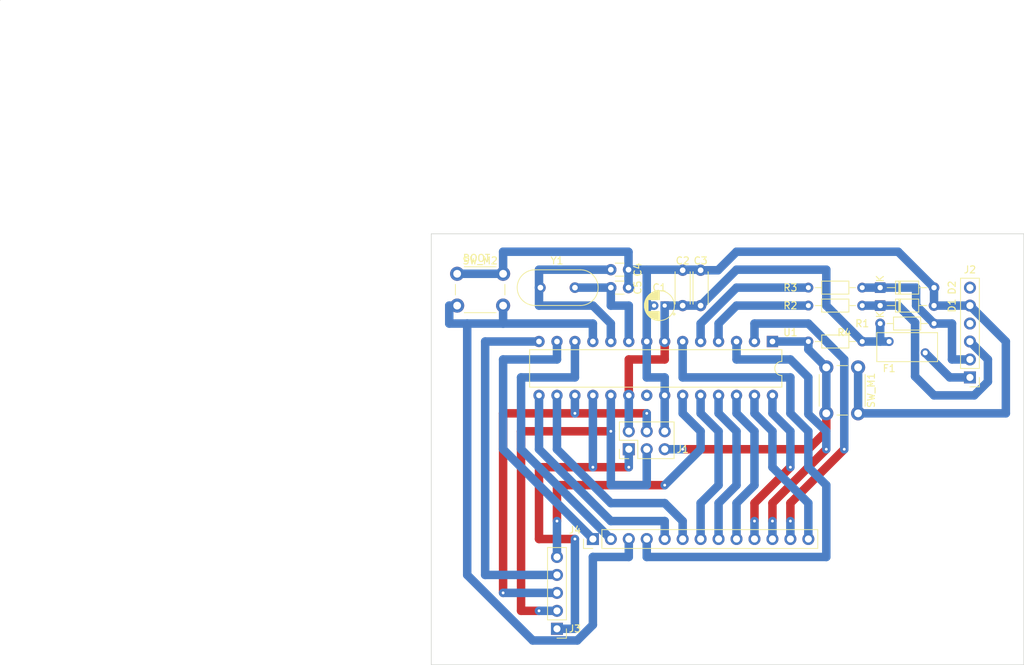
<source format=kicad_pcb>
(kicad_pcb (version 20171130) (host pcbnew 5.1.6)

  (general
    (thickness 1.6)
    (drawings 5)
    (tracks 221)
    (zones 0)
    (modules 20)
    (nets 32)
  )

  (page USLegal)
  (title_block
    (date 2020-06-01)
  )

  (layers
    (0 F.Cu signal)
    (31 B.Cu signal)
    (32 B.Adhes user)
    (33 F.Adhes user)
    (34 B.Paste user)
    (35 F.Paste user)
    (36 B.SilkS user)
    (37 F.SilkS user)
    (38 B.Mask user)
    (39 F.Mask user)
    (40 Dwgs.User user)
    (41 Cmts.User user)
    (42 Eco1.User user)
    (43 Eco2.User user)
    (44 Edge.Cuts user)
    (45 Margin user)
    (46 B.CrtYd user)
    (47 F.CrtYd user)
    (48 B.Fab user)
    (49 F.Fab user)
  )

  (setup
    (last_trace_width 1.2)
    (trace_clearance 0.2)
    (zone_clearance 0.508)
    (zone_45_only no)
    (trace_min 0.2)
    (via_size 0.8)
    (via_drill 0.4)
    (via_min_size 0.4)
    (via_min_drill 0.3)
    (uvia_size 0.3)
    (uvia_drill 0.1)
    (uvias_allowed no)
    (uvia_min_size 0.2)
    (uvia_min_drill 0.1)
    (edge_width 0.05)
    (segment_width 0.2)
    (pcb_text_width 0.3)
    (pcb_text_size 1.5 1.5)
    (mod_edge_width 0.12)
    (mod_text_size 1 1)
    (mod_text_width 0.15)
    (pad_size 1.524 1.524)
    (pad_drill 0.762)
    (pad_to_mask_clearance 0.05)
    (aux_axis_origin 0 0)
    (visible_elements FFFFFF7F)
    (pcbplotparams
      (layerselection 0x010fc_ffffffff)
      (usegerberextensions false)
      (usegerberattributes true)
      (usegerberadvancedattributes true)
      (creategerberjobfile true)
      (excludeedgelayer true)
      (linewidth 0.100000)
      (plotframeref false)
      (viasonmask false)
      (mode 1)
      (useauxorigin false)
      (hpglpennumber 1)
      (hpglpenspeed 20)
      (hpglpendiameter 15.000000)
      (psnegative false)
      (psa4output false)
      (plotreference true)
      (plotvalue true)
      (plotinvisibletext false)
      (padsonsilk false)
      (subtractmaskfromsilk false)
      (outputformat 1)
      (mirror false)
      (drillshape 1)
      (scaleselection 1)
      (outputdirectory ""))
  )

  (net 0 "")
  (net 1 +5V)
  (net 2 GND)
  (net 3 "Net-(C4-Pad1)")
  (net 4 "Net-(C5-Pad1)")
  (net 5 "Net-(D1-Pad1)")
  (net 6 "Net-(D2-Pad1)")
  (net 7 /ROW0)
  (net 8 /ROW1)
  (net 9 /ROW2)
  (net 10 /ROW3)
  (net 11 /ROW4)
  (net 12 "Net-(F1-Pad2)")
  (net 13 /RESET)
  (net 14 /USB_D+)
  (net 15 /USB_D-)
  (net 16 /COL0)
  (net 17 /COL1)
  (net 18 /COL2)
  (net 19 /COL3)
  (net 20 /COL4)
  (net 21 /COL5)
  (net 22 /COL6)
  (net 23 /COL7)
  (net 24 /COL8)
  (net 25 /COL9)
  (net 26 /COL10)
  (net 27 /COL11)
  (net 28 /COL12)
  (net 29 "Net-(J2-Pad4)")
  (net 30 "Net-(J2-Pad6)")
  (net 31 "Net-(U1-Pad21)")

  (net_class Default "This is the default net class."
    (clearance 0.2)
    (trace_width 1.2)
    (via_dia 0.8)
    (via_drill 0.4)
    (uvia_dia 0.3)
    (uvia_drill 0.1)
    (add_net +5V)
    (add_net /COL0)
    (add_net /COL1)
    (add_net /COL10)
    (add_net /COL11)
    (add_net /COL12)
    (add_net /COL2)
    (add_net /COL3)
    (add_net /COL4)
    (add_net /COL5)
    (add_net /COL6)
    (add_net /COL7)
    (add_net /COL8)
    (add_net /COL9)
    (add_net /RESET)
    (add_net /ROW0)
    (add_net /ROW1)
    (add_net /ROW2)
    (add_net /ROW3)
    (add_net /ROW4)
    (add_net /USB_D+)
    (add_net /USB_D-)
    (add_net GND)
    (add_net "Net-(C4-Pad1)")
    (add_net "Net-(C5-Pad1)")
    (add_net "Net-(D1-Pad1)")
    (add_net "Net-(D2-Pad1)")
    (add_net "Net-(F1-Pad2)")
    (add_net "Net-(J2-Pad4)")
    (add_net "Net-(J2-Pad6)")
    (add_net "Net-(U1-Pad21)")
  )

  (module Button_Switch_THT:SW_PUSH_6mm (layer F.Cu) (tedit 5A02FE31) (tstamp 5ED51C65)
    (at 129.54 71.12 90)
    (descr https://www.omron.com/ecb/products/pdf/en-b3f.pdf)
    (tags "tact sw push 6mm")
    (path /5ED7F9B2)
    (fp_text reference SW_M1 (at 3.25 6.35 90) (layer F.SilkS)
      (effects (font (size 1 1) (thickness 0.15)))
    )
    (fp_text value RESET (at 3.75 6.7 90) (layer F.Fab)
      (effects (font (size 1 1) (thickness 0.15)))
    )
    (fp_line (start 3.25 -0.75) (end 6.25 -0.75) (layer F.Fab) (width 0.1))
    (fp_line (start 6.25 -0.75) (end 6.25 5.25) (layer F.Fab) (width 0.1))
    (fp_line (start 6.25 5.25) (end 0.25 5.25) (layer F.Fab) (width 0.1))
    (fp_line (start 0.25 5.25) (end 0.25 -0.75) (layer F.Fab) (width 0.1))
    (fp_line (start 0.25 -0.75) (end 3.25 -0.75) (layer F.Fab) (width 0.1))
    (fp_line (start 7.75 6) (end 8 6) (layer F.CrtYd) (width 0.05))
    (fp_line (start 8 6) (end 8 5.75) (layer F.CrtYd) (width 0.05))
    (fp_line (start 7.75 -1.5) (end 8 -1.5) (layer F.CrtYd) (width 0.05))
    (fp_line (start 8 -1.5) (end 8 -1.25) (layer F.CrtYd) (width 0.05))
    (fp_line (start -1.5 -1.25) (end -1.5 -1.5) (layer F.CrtYd) (width 0.05))
    (fp_line (start -1.5 -1.5) (end -1.25 -1.5) (layer F.CrtYd) (width 0.05))
    (fp_line (start -1.5 5.75) (end -1.5 6) (layer F.CrtYd) (width 0.05))
    (fp_line (start -1.5 6) (end -1.25 6) (layer F.CrtYd) (width 0.05))
    (fp_line (start -1.25 -1.5) (end 7.75 -1.5) (layer F.CrtYd) (width 0.05))
    (fp_line (start -1.5 5.75) (end -1.5 -1.25) (layer F.CrtYd) (width 0.05))
    (fp_line (start 7.75 6) (end -1.25 6) (layer F.CrtYd) (width 0.05))
    (fp_line (start 8 -1.25) (end 8 5.75) (layer F.CrtYd) (width 0.05))
    (fp_line (start 1 5.5) (end 5.5 5.5) (layer F.SilkS) (width 0.12))
    (fp_line (start -0.25 1.5) (end -0.25 3) (layer F.SilkS) (width 0.12))
    (fp_line (start 5.5 -1) (end 1 -1) (layer F.SilkS) (width 0.12))
    (fp_line (start 6.75 3) (end 6.75 1.5) (layer F.SilkS) (width 0.12))
    (fp_circle (center 3.25 2.25) (end 1.25 2.5) (layer F.Fab) (width 0.1))
    (fp_text user %R (at 3.25 2.25 90) (layer F.Fab)
      (effects (font (size 1 1) (thickness 0.15)))
    )
    (pad 1 thru_hole circle (at 6.5 0 180) (size 2 2) (drill 1.1) (layers *.Cu *.Mask)
      (net 13 /RESET))
    (pad 2 thru_hole circle (at 6.5 4.5 180) (size 2 2) (drill 1.1) (layers *.Cu *.Mask)
      (net 2 GND))
    (pad 1 thru_hole circle (at 0 0 180) (size 2 2) (drill 1.1) (layers *.Cu *.Mask)
      (net 13 /RESET))
    (pad 2 thru_hole circle (at 0 4.5 180) (size 2 2) (drill 1.1) (layers *.Cu *.Mask)
      (net 2 GND))
    (model ${KISYS3DMOD}/Button_Switch_THT.3dshapes/SW_PUSH_6mm.wrl
      (at (xyz 0 0 0))
      (scale (xyz 1 1 1))
      (rotate (xyz 0 0 0))
    )
  )

  (module Diode_THT:D_DO-34_SOD68_P7.62mm_Horizontal (layer F.Cu) (tedit 5AE50CD5) (tstamp 5ED5155D)
    (at 137.16 53.34)
    (descr "Diode, DO-34_SOD68 series, Axial, Horizontal, pin pitch=7.62mm, , length*diameter=3.04*1.6mm^2, , https://www.nxp.com/docs/en/data-sheet/KTY83_SER.pdf")
    (tags "Diode DO-34_SOD68 series Axial Horizontal pin pitch 7.62mm  length 3.04mm diameter 1.6mm")
    (path /5ED27DB5)
    (fp_text reference D2 (at 10.16 0 270) (layer F.SilkS)
      (effects (font (size 1 1) (thickness 0.15)))
    )
    (fp_text value 3.6V (at 10.16 -1.27 270) (layer F.Fab)
      (effects (font (size 1 1) (thickness 0.15)))
    )
    (fp_line (start 8.63 -1.05) (end -1 -1.05) (layer F.CrtYd) (width 0.05))
    (fp_line (start 8.63 1.05) (end 8.63 -1.05) (layer F.CrtYd) (width 0.05))
    (fp_line (start -1 1.05) (end 8.63 1.05) (layer F.CrtYd) (width 0.05))
    (fp_line (start -1 -1.05) (end -1 1.05) (layer F.CrtYd) (width 0.05))
    (fp_line (start 2.626 -0.92) (end 2.626 0.92) (layer F.SilkS) (width 0.12))
    (fp_line (start 2.866 -0.92) (end 2.866 0.92) (layer F.SilkS) (width 0.12))
    (fp_line (start 2.746 -0.92) (end 2.746 0.92) (layer F.SilkS) (width 0.12))
    (fp_line (start 6.63 0) (end 5.45 0) (layer F.SilkS) (width 0.12))
    (fp_line (start 0.99 0) (end 2.17 0) (layer F.SilkS) (width 0.12))
    (fp_line (start 5.45 -0.92) (end 2.17 -0.92) (layer F.SilkS) (width 0.12))
    (fp_line (start 5.45 0.92) (end 5.45 -0.92) (layer F.SilkS) (width 0.12))
    (fp_line (start 2.17 0.92) (end 5.45 0.92) (layer F.SilkS) (width 0.12))
    (fp_line (start 2.17 -0.92) (end 2.17 0.92) (layer F.SilkS) (width 0.12))
    (fp_line (start 2.646 -0.8) (end 2.646 0.8) (layer F.Fab) (width 0.1))
    (fp_line (start 2.846 -0.8) (end 2.846 0.8) (layer F.Fab) (width 0.1))
    (fp_line (start 2.746 -0.8) (end 2.746 0.8) (layer F.Fab) (width 0.1))
    (fp_line (start 7.62 0) (end 5.33 0) (layer F.Fab) (width 0.1))
    (fp_line (start 0 0) (end 2.29 0) (layer F.Fab) (width 0.1))
    (fp_line (start 5.33 -0.8) (end 2.29 -0.8) (layer F.Fab) (width 0.1))
    (fp_line (start 5.33 0.8) (end 5.33 -0.8) (layer F.Fab) (width 0.1))
    (fp_line (start 2.29 0.8) (end 5.33 0.8) (layer F.Fab) (width 0.1))
    (fp_line (start 2.29 -0.8) (end 2.29 0.8) (layer F.Fab) (width 0.1))
    (fp_text user K (at 0 -1.27 270) (layer F.SilkS)
      (effects (font (size 1 1) (thickness 0.15)))
    )
    (fp_text user K (at -1.27 -1.75 90) (layer F.Fab)
      (effects (font (size 1 1) (thickness 0.15)))
    )
    (fp_text user %R (at 4.038 0) (layer F.Fab)
      (effects (font (size 0.608 0.608) (thickness 0.0912)))
    )
    (pad 2 thru_hole oval (at 7.62 0) (size 1.5 1.5) (drill 0.75) (layers *.Cu *.Mask)
      (net 2 GND))
    (pad 1 thru_hole rect (at 0 0) (size 1.5 1.5) (drill 0.75) (layers *.Cu *.Mask)
      (net 6 "Net-(D2-Pad1)"))
    (model ${KISYS3DMOD}/Diode_THT.3dshapes/D_DO-34_SOD68_P7.62mm_Horizontal.wrl
      (at (xyz 0 0 0))
      (scale (xyz 1 1 1))
      (rotate (xyz 0 0 0))
    )
  )

  (module Resistor_THT:R_Axial_DIN0204_L3.6mm_D1.6mm_P7.62mm_Horizontal (layer F.Cu) (tedit 5AE5139B) (tstamp 5ED51B55)
    (at 134.62 60.96 180)
    (descr "Resistor, Axial_DIN0204 series, Axial, Horizontal, pin pitch=7.62mm, 0.167W, length*diameter=3.6*1.6mm^2, http://cdn-reichelt.de/documents/datenblatt/B400/1_4W%23YAG.pdf")
    (tags "Resistor Axial_DIN0204 series Axial Horizontal pin pitch 7.62mm 0.167W length 3.6mm diameter 1.6mm")
    (path /5ED7F134)
    (fp_text reference R4 (at 2.54 1.27) (layer F.SilkS)
      (effects (font (size 1 1) (thickness 0.15)))
    )
    (fp_text value 10k (at 3.81 1.92) (layer F.Fab)
      (effects (font (size 1 1) (thickness 0.15)))
    )
    (fp_line (start 8.57 -1.05) (end -0.95 -1.05) (layer F.CrtYd) (width 0.05))
    (fp_line (start 8.57 1.05) (end 8.57 -1.05) (layer F.CrtYd) (width 0.05))
    (fp_line (start -0.95 1.05) (end 8.57 1.05) (layer F.CrtYd) (width 0.05))
    (fp_line (start -0.95 -1.05) (end -0.95 1.05) (layer F.CrtYd) (width 0.05))
    (fp_line (start 6.68 0) (end 5.73 0) (layer F.SilkS) (width 0.12))
    (fp_line (start 0.94 0) (end 1.89 0) (layer F.SilkS) (width 0.12))
    (fp_line (start 5.73 -0.92) (end 1.89 -0.92) (layer F.SilkS) (width 0.12))
    (fp_line (start 5.73 0.92) (end 5.73 -0.92) (layer F.SilkS) (width 0.12))
    (fp_line (start 1.89 0.92) (end 5.73 0.92) (layer F.SilkS) (width 0.12))
    (fp_line (start 1.89 -0.92) (end 1.89 0.92) (layer F.SilkS) (width 0.12))
    (fp_line (start 7.62 0) (end 5.61 0) (layer F.Fab) (width 0.1))
    (fp_line (start 0 0) (end 2.01 0) (layer F.Fab) (width 0.1))
    (fp_line (start 5.61 -0.8) (end 2.01 -0.8) (layer F.Fab) (width 0.1))
    (fp_line (start 5.61 0.8) (end 5.61 -0.8) (layer F.Fab) (width 0.1))
    (fp_line (start 2.01 0.8) (end 5.61 0.8) (layer F.Fab) (width 0.1))
    (fp_line (start 2.01 -0.8) (end 2.01 0.8) (layer F.Fab) (width 0.1))
    (fp_text user %R (at 3.81 0) (layer F.Fab)
      (effects (font (size 0.72 0.72) (thickness 0.108)))
    )
    (pad 2 thru_hole oval (at 7.62 0 180) (size 1.4 1.4) (drill 0.7) (layers *.Cu *.Mask)
      (net 13 /RESET))
    (pad 1 thru_hole circle (at 0 0 180) (size 1.4 1.4) (drill 0.7) (layers *.Cu *.Mask)
      (net 1 +5V))
    (model ${KISYS3DMOD}/Resistor_THT.3dshapes/R_Axial_DIN0204_L3.6mm_D1.6mm_P7.62mm_Horizontal.wrl
      (at (xyz 0 0 0))
      (scale (xyz 1 1 1))
      (rotate (xyz 0 0 0))
    )
  )

  (module Resistor_THT:R_Axial_DIN0204_L3.6mm_D1.6mm_P7.62mm_Horizontal (layer F.Cu) (tedit 5AE5139B) (tstamp 5ED555D8)
    (at 127 53.34)
    (descr "Resistor, Axial_DIN0204 series, Axial, Horizontal, pin pitch=7.62mm, 0.167W, length*diameter=3.6*1.6mm^2, http://cdn-reichelt.de/documents/datenblatt/B400/1_4W%23YAG.pdf")
    (tags "Resistor Axial_DIN0204 series Axial Horizontal pin pitch 7.62mm 0.167W length 3.6mm diameter 1.6mm")
    (path /5ED28B49)
    (fp_text reference R3 (at -2.54 0) (layer F.SilkS)
      (effects (font (size 1 1) (thickness 0.15)))
    )
    (fp_text value 75R (at 5.08 -2.54) (layer F.Fab)
      (effects (font (size 1 1) (thickness 0.15)))
    )
    (fp_line (start 8.57 -1.05) (end -0.95 -1.05) (layer F.CrtYd) (width 0.05))
    (fp_line (start 8.57 1.05) (end 8.57 -1.05) (layer F.CrtYd) (width 0.05))
    (fp_line (start -0.95 1.05) (end 8.57 1.05) (layer F.CrtYd) (width 0.05))
    (fp_line (start -0.95 -1.05) (end -0.95 1.05) (layer F.CrtYd) (width 0.05))
    (fp_line (start 6.68 0) (end 5.73 0) (layer F.SilkS) (width 0.12))
    (fp_line (start 0.94 0) (end 1.89 0) (layer F.SilkS) (width 0.12))
    (fp_line (start 5.73 -0.92) (end 1.89 -0.92) (layer F.SilkS) (width 0.12))
    (fp_line (start 5.73 0.92) (end 5.73 -0.92) (layer F.SilkS) (width 0.12))
    (fp_line (start 1.89 0.92) (end 5.73 0.92) (layer F.SilkS) (width 0.12))
    (fp_line (start 1.89 -0.92) (end 1.89 0.92) (layer F.SilkS) (width 0.12))
    (fp_line (start 7.62 0) (end 5.61 0) (layer F.Fab) (width 0.1))
    (fp_line (start 0 0) (end 2.01 0) (layer F.Fab) (width 0.1))
    (fp_line (start 5.61 -0.8) (end 2.01 -0.8) (layer F.Fab) (width 0.1))
    (fp_line (start 5.61 0.8) (end 5.61 -0.8) (layer F.Fab) (width 0.1))
    (fp_line (start 2.01 0.8) (end 5.61 0.8) (layer F.Fab) (width 0.1))
    (fp_line (start 2.01 -0.8) (end 2.01 0.8) (layer F.Fab) (width 0.1))
    (fp_text user %R (at 3.81 0) (layer F.Fab)
      (effects (font (size 0.72 0.72) (thickness 0.108)))
    )
    (pad 2 thru_hole oval (at 7.62 0) (size 1.4 1.4) (drill 0.7) (layers *.Cu *.Mask)
      (net 6 "Net-(D2-Pad1)"))
    (pad 1 thru_hole circle (at 0 0) (size 1.4 1.4) (drill 0.7) (layers *.Cu *.Mask)
      (net 15 /USB_D-))
    (model ${KISYS3DMOD}/Resistor_THT.3dshapes/R_Axial_DIN0204_L3.6mm_D1.6mm_P7.62mm_Horizontal.wrl
      (at (xyz 0 0 0))
      (scale (xyz 1 1 1))
      (rotate (xyz 0 0 0))
    )
  )

  (module Resistor_THT:R_Axial_DIN0204_L3.6mm_D1.6mm_P7.62mm_Horizontal (layer F.Cu) (tedit 5AE5139B) (tstamp 5ED5561A)
    (at 127 55.88)
    (descr "Resistor, Axial_DIN0204 series, Axial, Horizontal, pin pitch=7.62mm, 0.167W, length*diameter=3.6*1.6mm^2, http://cdn-reichelt.de/documents/datenblatt/B400/1_4W%23YAG.pdf")
    (tags "Resistor Axial_DIN0204 series Axial Horizontal pin pitch 7.62mm 0.167W length 3.6mm diameter 1.6mm")
    (path /5ED27BBD)
    (fp_text reference R2 (at -2.54 0) (layer F.SilkS)
      (effects (font (size 1 1) (thickness 0.15)))
    )
    (fp_text value 75R (at 5.08 0) (layer F.Fab)
      (effects (font (size 1 1) (thickness 0.15)))
    )
    (fp_line (start 8.57 -1.05) (end -0.95 -1.05) (layer F.CrtYd) (width 0.05))
    (fp_line (start 8.57 1.05) (end 8.57 -1.05) (layer F.CrtYd) (width 0.05))
    (fp_line (start -0.95 1.05) (end 8.57 1.05) (layer F.CrtYd) (width 0.05))
    (fp_line (start -0.95 -1.05) (end -0.95 1.05) (layer F.CrtYd) (width 0.05))
    (fp_line (start 6.68 0) (end 5.73 0) (layer F.SilkS) (width 0.12))
    (fp_line (start 0.94 0) (end 1.89 0) (layer F.SilkS) (width 0.12))
    (fp_line (start 5.73 -0.92) (end 1.89 -0.92) (layer F.SilkS) (width 0.12))
    (fp_line (start 5.73 0.92) (end 5.73 -0.92) (layer F.SilkS) (width 0.12))
    (fp_line (start 1.89 0.92) (end 5.73 0.92) (layer F.SilkS) (width 0.12))
    (fp_line (start 1.89 -0.92) (end 1.89 0.92) (layer F.SilkS) (width 0.12))
    (fp_line (start 7.62 0) (end 5.61 0) (layer F.Fab) (width 0.1))
    (fp_line (start 0 0) (end 2.01 0) (layer F.Fab) (width 0.1))
    (fp_line (start 5.61 -0.8) (end 2.01 -0.8) (layer F.Fab) (width 0.1))
    (fp_line (start 5.61 0.8) (end 5.61 -0.8) (layer F.Fab) (width 0.1))
    (fp_line (start 2.01 0.8) (end 5.61 0.8) (layer F.Fab) (width 0.1))
    (fp_line (start 2.01 -0.8) (end 2.01 0.8) (layer F.Fab) (width 0.1))
    (fp_text user %R (at 3.81 0) (layer F.Fab)
      (effects (font (size 0.72 0.72) (thickness 0.108)))
    )
    (pad 2 thru_hole oval (at 7.62 0) (size 1.4 1.4) (drill 0.7) (layers *.Cu *.Mask)
      (net 5 "Net-(D1-Pad1)"))
    (pad 1 thru_hole circle (at 0 0) (size 1.4 1.4) (drill 0.7) (layers *.Cu *.Mask)
      (net 14 /USB_D+))
    (model ${KISYS3DMOD}/Resistor_THT.3dshapes/R_Axial_DIN0204_L3.6mm_D1.6mm_P7.62mm_Horizontal.wrl
      (at (xyz 0 0 0))
      (scale (xyz 1 1 1))
      (rotate (xyz 0 0 0))
    )
  )

  (module Resistor_THT:R_Axial_DIN0204_L3.6mm_D1.6mm_P7.62mm_Horizontal (layer F.Cu) (tedit 5AE5139B) (tstamp 5ED5565C)
    (at 137.16 58.42)
    (descr "Resistor, Axial_DIN0204 series, Axial, Horizontal, pin pitch=7.62mm, 0.167W, length*diameter=3.6*1.6mm^2, http://cdn-reichelt.de/documents/datenblatt/B400/1_4W%23YAG.pdf")
    (tags "Resistor Axial_DIN0204 series Axial Horizontal pin pitch 7.62mm 0.167W length 3.6mm diameter 1.6mm")
    (path /5ED1DCF2)
    (fp_text reference R1 (at -2.54 0) (layer F.SilkS)
      (effects (font (size 1 1) (thickness 0.15)))
    )
    (fp_text value 1.5k (at 10.16 0) (layer F.Fab)
      (effects (font (size 1 1) (thickness 0.15)))
    )
    (fp_line (start 8.57 -1.05) (end -0.95 -1.05) (layer F.CrtYd) (width 0.05))
    (fp_line (start 8.57 1.05) (end 8.57 -1.05) (layer F.CrtYd) (width 0.05))
    (fp_line (start -0.95 1.05) (end 8.57 1.05) (layer F.CrtYd) (width 0.05))
    (fp_line (start -0.95 -1.05) (end -0.95 1.05) (layer F.CrtYd) (width 0.05))
    (fp_line (start 6.68 0) (end 5.73 0) (layer F.SilkS) (width 0.12))
    (fp_line (start 0.94 0) (end 1.89 0) (layer F.SilkS) (width 0.12))
    (fp_line (start 5.73 -0.92) (end 1.89 -0.92) (layer F.SilkS) (width 0.12))
    (fp_line (start 5.73 0.92) (end 5.73 -0.92) (layer F.SilkS) (width 0.12))
    (fp_line (start 1.89 0.92) (end 5.73 0.92) (layer F.SilkS) (width 0.12))
    (fp_line (start 1.89 -0.92) (end 1.89 0.92) (layer F.SilkS) (width 0.12))
    (fp_line (start 7.62 0) (end 5.61 0) (layer F.Fab) (width 0.1))
    (fp_line (start 0 0) (end 2.01 0) (layer F.Fab) (width 0.1))
    (fp_line (start 5.61 -0.8) (end 2.01 -0.8) (layer F.Fab) (width 0.1))
    (fp_line (start 5.61 0.8) (end 5.61 -0.8) (layer F.Fab) (width 0.1))
    (fp_line (start 2.01 0.8) (end 5.61 0.8) (layer F.Fab) (width 0.1))
    (fp_line (start 2.01 -0.8) (end 2.01 0.8) (layer F.Fab) (width 0.1))
    (fp_text user %R (at 3.81 0) (layer F.Fab)
      (effects (font (size 0.72 0.72) (thickness 0.108)))
    )
    (pad 2 thru_hole oval (at 7.62 0) (size 1.4 1.4) (drill 0.7) (layers *.Cu *.Mask)
      (net 6 "Net-(D2-Pad1)"))
    (pad 1 thru_hole circle (at 0 0) (size 1.4 1.4) (drill 0.7) (layers *.Cu *.Mask)
      (net 1 +5V))
    (model ${KISYS3DMOD}/Resistor_THT.3dshapes/R_Axial_DIN0204_L3.6mm_D1.6mm_P7.62mm_Horizontal.wrl
      (at (xyz 0 0 0))
      (scale (xyz 1 1 1))
      (rotate (xyz 0 0 0))
    )
  )

  (module Fuse:Fuse_BelFuse_0ZRE0005FF_L8.3mm_W3.8mm (layer F.Cu) (tedit 5BAABA15) (tstamp 5ED5569A)
    (at 138.43 60.96)
    (descr "Fuse 0ZRE0005FF, BelFuse, Radial Leaded PTC, https://www.belfuse.com/resources/datasheets/circuitprotection/ds-cp-0zre-series.pdf")
    (tags "0ZRE BelFuse radial PTC")
    (path /5ED275C4)
    (fp_text reference F1 (at 0 3.81) (layer F.SilkS)
      (effects (font (size 1 1) (thickness 0.15)))
    )
    (fp_text value 100mA (at 0 5.08) (layer F.Fab)
      (effects (font (size 1 1) (thickness 0.15)))
    )
    (fp_line (start 6.7 -1.1) (end 6.7 2.7) (layer F.Fab) (width 0.1))
    (fp_line (start -1.6 -1.1) (end -1.6 2.7) (layer F.Fab) (width 0.1))
    (fp_line (start -1.6 2.7) (end 6.7 2.7) (layer F.Fab) (width 0.1))
    (fp_line (start -1.6 -1.1) (end 6.7 -1.1) (layer F.Fab) (width 0.1))
    (fp_line (start -1.85 -1.35) (end 6.95 -1.35) (layer F.CrtYd) (width 0.05))
    (fp_line (start -1.85 -1.35) (end -1.85 2.95) (layer F.CrtYd) (width 0.05))
    (fp_line (start 6.95 -1.35) (end 6.95 2.95) (layer F.CrtYd) (width 0.05))
    (fp_line (start -1.85 2.95) (end 6.95 2.95) (layer F.CrtYd) (width 0.05))
    (fp_line (start -1.75 -1.25) (end 6.85 -1.25) (layer F.SilkS) (width 0.12))
    (fp_line (start -1.75 -1.25) (end -1.75 2.85) (layer F.SilkS) (width 0.12))
    (fp_line (start 6.85 -1.25) (end 6.85 2.85) (layer F.SilkS) (width 0.12))
    (fp_line (start -1.75 2.85) (end 6.85 2.85) (layer F.SilkS) (width 0.12))
    (fp_text user %R (at 0 3.81) (layer F.Fab)
      (effects (font (size 1 1) (thickness 0.15)))
    )
    (pad 1 thru_hole circle (at 0 0) (size 1.27 1.27) (drill 0.71) (layers *.Cu *.Mask)
      (net 1 +5V))
    (pad 2 thru_hole circle (at 5.1 1.6) (size 1.27 1.27) (drill 0.71) (layers *.Cu *.Mask)
      (net 12 "Net-(F1-Pad2)"))
    (model ${KISYS3DMOD}/Fuse.3dshapes/Fuse_BelFuse_0ZRE_0ZRE0005FF_L8.3mm_W3.8mm.wrl
      (at (xyz 0 0 0))
      (scale (xyz 1 1 1))
      (rotate (xyz 0 0 0))
    )
  )

  (module Diode_THT:D_DO-34_SOD68_P7.62mm_Horizontal (layer F.Cu) (tedit 5AE50CD5) (tstamp 5ED518B7)
    (at 137.16 55.88)
    (descr "Diode, DO-34_SOD68 series, Axial, Horizontal, pin pitch=7.62mm, , length*diameter=3.04*1.6mm^2, , https://www.nxp.com/docs/en/data-sheet/KTY83_SER.pdf")
    (tags "Diode DO-34_SOD68 series Axial Horizontal pin pitch 7.62mm  length 3.04mm diameter 1.6mm")
    (path /5ED24F56)
    (fp_text reference D1 (at 10.16 0 270) (layer F.SilkS)
      (effects (font (size 1 1) (thickness 0.15)))
    )
    (fp_text value 3.6V (at 10.16 1.27 270) (layer F.Fab)
      (effects (font (size 1 1) (thickness 0.15)))
    )
    (fp_line (start 8.63 -1.05) (end -1 -1.05) (layer F.CrtYd) (width 0.05))
    (fp_line (start 8.63 1.05) (end 8.63 -1.05) (layer F.CrtYd) (width 0.05))
    (fp_line (start -1 1.05) (end 8.63 1.05) (layer F.CrtYd) (width 0.05))
    (fp_line (start -1 -1.05) (end -1 1.05) (layer F.CrtYd) (width 0.05))
    (fp_line (start 2.626 -0.92) (end 2.626 0.92) (layer F.SilkS) (width 0.12))
    (fp_line (start 2.866 -0.92) (end 2.866 0.92) (layer F.SilkS) (width 0.12))
    (fp_line (start 2.746 -0.92) (end 2.746 0.92) (layer F.SilkS) (width 0.12))
    (fp_line (start 6.63 0) (end 5.45 0) (layer F.SilkS) (width 0.12))
    (fp_line (start 0.99 0) (end 2.17 0) (layer F.SilkS) (width 0.12))
    (fp_line (start 5.45 -0.92) (end 2.17 -0.92) (layer F.SilkS) (width 0.12))
    (fp_line (start 5.45 0.92) (end 5.45 -0.92) (layer F.SilkS) (width 0.12))
    (fp_line (start 2.17 0.92) (end 5.45 0.92) (layer F.SilkS) (width 0.12))
    (fp_line (start 2.17 -0.92) (end 2.17 0.92) (layer F.SilkS) (width 0.12))
    (fp_line (start 2.646 -0.8) (end 2.646 0.8) (layer F.Fab) (width 0.1))
    (fp_line (start 2.846 -0.8) (end 2.846 0.8) (layer F.Fab) (width 0.1))
    (fp_line (start 2.746 -0.8) (end 2.746 0.8) (layer F.Fab) (width 0.1))
    (fp_line (start 7.62 0) (end 5.33 0) (layer F.Fab) (width 0.1))
    (fp_line (start 0 0) (end 2.29 0) (layer F.Fab) (width 0.1))
    (fp_line (start 5.33 -0.8) (end 2.29 -0.8) (layer F.Fab) (width 0.1))
    (fp_line (start 5.33 0.8) (end 5.33 -0.8) (layer F.Fab) (width 0.1))
    (fp_line (start 2.29 0.8) (end 5.33 0.8) (layer F.Fab) (width 0.1))
    (fp_line (start 2.29 -0.8) (end 2.29 0.8) (layer F.Fab) (width 0.1))
    (fp_text user K (at 0 1.27 270) (layer F.SilkS)
      (effects (font (size 1 1) (thickness 0.15)))
    )
    (fp_text user K (at 0 1.27 270) (layer F.Fab)
      (effects (font (size 1 1) (thickness 0.15)))
    )
    (fp_text user %R (at 4.038 0) (layer F.Fab)
      (effects (font (size 0.608 0.608) (thickness 0.0912)))
    )
    (pad 2 thru_hole oval (at 7.62 0) (size 1.5 1.5) (drill 0.75) (layers *.Cu *.Mask)
      (net 2 GND))
    (pad 1 thru_hole rect (at 0 0) (size 1.5 1.5) (drill 0.75) (layers *.Cu *.Mask)
      (net 5 "Net-(D1-Pad1)"))
    (model ${KISYS3DMOD}/Diode_THT.3dshapes/D_DO-34_SOD68_P7.62mm_Horizontal.wrl
      (at (xyz 0 0 0))
      (scale (xyz 1 1 1))
      (rotate (xyz 0 0 0))
    )
  )

  (module Button_Switch_THT:SW_PUSH_6mm (layer F.Cu) (tedit 5A02FE31) (tstamp 5ED55900)
    (at 83.82 55.88 180)
    (descr https://www.omron.com/ecb/products/pdf/en-b3f.pdf)
    (tags "tact sw push 6mm")
    (path /5ED80458)
    (fp_text reference SW_M2 (at 3.25 6.35) (layer F.SilkS)
      (effects (font (size 1 1) (thickness 0.15)))
    )
    (fp_text value BOOT (at 3.75 6.7) (layer F.SilkS)
      (effects (font (size 1 1) (thickness 0.15)))
    )
    (fp_circle (center 3.25 2.25) (end 1.25 2.5) (layer F.Fab) (width 0.1))
    (fp_line (start 6.75 3) (end 6.75 1.5) (layer F.SilkS) (width 0.12))
    (fp_line (start 5.5 -1) (end 1 -1) (layer F.SilkS) (width 0.12))
    (fp_line (start -0.25 1.5) (end -0.25 3) (layer F.SilkS) (width 0.12))
    (fp_line (start 1 5.5) (end 5.5 5.5) (layer F.SilkS) (width 0.12))
    (fp_line (start 8 -1.25) (end 8 5.75) (layer F.CrtYd) (width 0.05))
    (fp_line (start 7.75 6) (end -1.25 6) (layer F.CrtYd) (width 0.05))
    (fp_line (start -1.5 5.75) (end -1.5 -1.25) (layer F.CrtYd) (width 0.05))
    (fp_line (start -1.25 -1.5) (end 7.75 -1.5) (layer F.CrtYd) (width 0.05))
    (fp_line (start -1.5 6) (end -1.25 6) (layer F.CrtYd) (width 0.05))
    (fp_line (start -1.5 5.75) (end -1.5 6) (layer F.CrtYd) (width 0.05))
    (fp_line (start -1.5 -1.5) (end -1.25 -1.5) (layer F.CrtYd) (width 0.05))
    (fp_line (start -1.5 -1.25) (end -1.5 -1.5) (layer F.CrtYd) (width 0.05))
    (fp_line (start 8 -1.5) (end 8 -1.25) (layer F.CrtYd) (width 0.05))
    (fp_line (start 7.75 -1.5) (end 8 -1.5) (layer F.CrtYd) (width 0.05))
    (fp_line (start 8 6) (end 8 5.75) (layer F.CrtYd) (width 0.05))
    (fp_line (start 7.75 6) (end 8 6) (layer F.CrtYd) (width 0.05))
    (fp_line (start 0.25 -0.75) (end 3.25 -0.75) (layer F.Fab) (width 0.1))
    (fp_line (start 0.25 5.25) (end 0.25 -0.75) (layer F.Fab) (width 0.1))
    (fp_line (start 6.25 5.25) (end 0.25 5.25) (layer F.Fab) (width 0.1))
    (fp_line (start 6.25 -0.75) (end 6.25 5.25) (layer F.Fab) (width 0.1))
    (fp_line (start 3.25 -0.75) (end 6.25 -0.75) (layer F.Fab) (width 0.1))
    (fp_text user %R (at 3.25 2.25) (layer F.Fab)
      (effects (font (size 1 1) (thickness 0.15)))
    )
    (pad 2 thru_hole circle (at 0 4.5 270) (size 2 2) (drill 1.1) (layers *.Cu *.Mask)
      (net 2 GND))
    (pad 1 thru_hole circle (at 0 0 270) (size 2 2) (drill 1.1) (layers *.Cu *.Mask)
      (net 18 /COL2))
    (pad 2 thru_hole circle (at 6.5 4.5 270) (size 2 2) (drill 1.1) (layers *.Cu *.Mask)
      (net 2 GND))
    (pad 1 thru_hole circle (at 6.5 0 270) (size 2 2) (drill 1.1) (layers *.Cu *.Mask)
      (net 18 /COL2))
    (model ${KISYS3DMOD}/Button_Switch_THT.3dshapes/SW_PUSH_6mm.wrl
      (at (xyz 0 0 0))
      (scale (xyz 1 1 1))
      (rotate (xyz 0 0 0))
    )
  )

  (module Capacitor_THT:CP_Radial_D4.0mm_P1.50mm (layer F.Cu) (tedit 5AE50EF0) (tstamp 5ED51603)
    (at 106.68 55.88 180)
    (descr "CP, Radial series, Radial, pin pitch=1.50mm, , diameter=4mm, Electrolytic Capacitor")
    (tags "CP Radial series Radial pin pitch 1.50mm  diameter 4mm Electrolytic Capacitor")
    (path /5ED3A39B)
    (fp_text reference C1 (at 0.75 2.54) (layer F.SilkS)
      (effects (font (size 1 1) (thickness 0.15)))
    )
    (fp_text value 10u (at 2.54 -2.54) (layer F.Fab)
      (effects (font (size 1 1) (thickness 0.15)))
    )
    (fp_line (start -1.319801 -1.395) (end -1.319801 -0.995) (layer F.SilkS) (width 0.12))
    (fp_line (start -1.519801 -1.195) (end -1.119801 -1.195) (layer F.SilkS) (width 0.12))
    (fp_line (start 2.831 -0.37) (end 2.831 0.37) (layer F.SilkS) (width 0.12))
    (fp_line (start 2.791 -0.537) (end 2.791 0.537) (layer F.SilkS) (width 0.12))
    (fp_line (start 2.751 -0.664) (end 2.751 0.664) (layer F.SilkS) (width 0.12))
    (fp_line (start 2.711 -0.768) (end 2.711 0.768) (layer F.SilkS) (width 0.12))
    (fp_line (start 2.671 -0.859) (end 2.671 0.859) (layer F.SilkS) (width 0.12))
    (fp_line (start 2.631 -0.94) (end 2.631 0.94) (layer F.SilkS) (width 0.12))
    (fp_line (start 2.591 -1.013) (end 2.591 1.013) (layer F.SilkS) (width 0.12))
    (fp_line (start 2.551 -1.08) (end 2.551 1.08) (layer F.SilkS) (width 0.12))
    (fp_line (start 2.511 -1.142) (end 2.511 1.142) (layer F.SilkS) (width 0.12))
    (fp_line (start 2.471 -1.2) (end 2.471 1.2) (layer F.SilkS) (width 0.12))
    (fp_line (start 2.431 -1.254) (end 2.431 1.254) (layer F.SilkS) (width 0.12))
    (fp_line (start 2.391 -1.304) (end 2.391 1.304) (layer F.SilkS) (width 0.12))
    (fp_line (start 2.351 -1.351) (end 2.351 1.351) (layer F.SilkS) (width 0.12))
    (fp_line (start 2.311 0.84) (end 2.311 1.396) (layer F.SilkS) (width 0.12))
    (fp_line (start 2.311 -1.396) (end 2.311 -0.84) (layer F.SilkS) (width 0.12))
    (fp_line (start 2.271 0.84) (end 2.271 1.438) (layer F.SilkS) (width 0.12))
    (fp_line (start 2.271 -1.438) (end 2.271 -0.84) (layer F.SilkS) (width 0.12))
    (fp_line (start 2.231 0.84) (end 2.231 1.478) (layer F.SilkS) (width 0.12))
    (fp_line (start 2.231 -1.478) (end 2.231 -0.84) (layer F.SilkS) (width 0.12))
    (fp_line (start 2.191 0.84) (end 2.191 1.516) (layer F.SilkS) (width 0.12))
    (fp_line (start 2.191 -1.516) (end 2.191 -0.84) (layer F.SilkS) (width 0.12))
    (fp_line (start 2.151 0.84) (end 2.151 1.552) (layer F.SilkS) (width 0.12))
    (fp_line (start 2.151 -1.552) (end 2.151 -0.84) (layer F.SilkS) (width 0.12))
    (fp_line (start 2.111 0.84) (end 2.111 1.587) (layer F.SilkS) (width 0.12))
    (fp_line (start 2.111 -1.587) (end 2.111 -0.84) (layer F.SilkS) (width 0.12))
    (fp_line (start 2.071 0.84) (end 2.071 1.619) (layer F.SilkS) (width 0.12))
    (fp_line (start 2.071 -1.619) (end 2.071 -0.84) (layer F.SilkS) (width 0.12))
    (fp_line (start 2.031 0.84) (end 2.031 1.65) (layer F.SilkS) (width 0.12))
    (fp_line (start 2.031 -1.65) (end 2.031 -0.84) (layer F.SilkS) (width 0.12))
    (fp_line (start 1.991 0.84) (end 1.991 1.68) (layer F.SilkS) (width 0.12))
    (fp_line (start 1.991 -1.68) (end 1.991 -0.84) (layer F.SilkS) (width 0.12))
    (fp_line (start 1.951 0.84) (end 1.951 1.708) (layer F.SilkS) (width 0.12))
    (fp_line (start 1.951 -1.708) (end 1.951 -0.84) (layer F.SilkS) (width 0.12))
    (fp_line (start 1.911 0.84) (end 1.911 1.735) (layer F.SilkS) (width 0.12))
    (fp_line (start 1.911 -1.735) (end 1.911 -0.84) (layer F.SilkS) (width 0.12))
    (fp_line (start 1.871 0.84) (end 1.871 1.76) (layer F.SilkS) (width 0.12))
    (fp_line (start 1.871 -1.76) (end 1.871 -0.84) (layer F.SilkS) (width 0.12))
    (fp_line (start 1.831 0.84) (end 1.831 1.785) (layer F.SilkS) (width 0.12))
    (fp_line (start 1.831 -1.785) (end 1.831 -0.84) (layer F.SilkS) (width 0.12))
    (fp_line (start 1.791 0.84) (end 1.791 1.808) (layer F.SilkS) (width 0.12))
    (fp_line (start 1.791 -1.808) (end 1.791 -0.84) (layer F.SilkS) (width 0.12))
    (fp_line (start 1.751 0.84) (end 1.751 1.83) (layer F.SilkS) (width 0.12))
    (fp_line (start 1.751 -1.83) (end 1.751 -0.84) (layer F.SilkS) (width 0.12))
    (fp_line (start 1.711 0.84) (end 1.711 1.851) (layer F.SilkS) (width 0.12))
    (fp_line (start 1.711 -1.851) (end 1.711 -0.84) (layer F.SilkS) (width 0.12))
    (fp_line (start 1.671 0.84) (end 1.671 1.87) (layer F.SilkS) (width 0.12))
    (fp_line (start 1.671 -1.87) (end 1.671 -0.84) (layer F.SilkS) (width 0.12))
    (fp_line (start 1.631 0.84) (end 1.631 1.889) (layer F.SilkS) (width 0.12))
    (fp_line (start 1.631 -1.889) (end 1.631 -0.84) (layer F.SilkS) (width 0.12))
    (fp_line (start 1.591 0.84) (end 1.591 1.907) (layer F.SilkS) (width 0.12))
    (fp_line (start 1.591 -1.907) (end 1.591 -0.84) (layer F.SilkS) (width 0.12))
    (fp_line (start 1.551 0.84) (end 1.551 1.924) (layer F.SilkS) (width 0.12))
    (fp_line (start 1.551 -1.924) (end 1.551 -0.84) (layer F.SilkS) (width 0.12))
    (fp_line (start 1.511 0.84) (end 1.511 1.94) (layer F.SilkS) (width 0.12))
    (fp_line (start 1.511 -1.94) (end 1.511 -0.84) (layer F.SilkS) (width 0.12))
    (fp_line (start 1.471 0.84) (end 1.471 1.954) (layer F.SilkS) (width 0.12))
    (fp_line (start 1.471 -1.954) (end 1.471 -0.84) (layer F.SilkS) (width 0.12))
    (fp_line (start 1.43 0.84) (end 1.43 1.968) (layer F.SilkS) (width 0.12))
    (fp_line (start 1.43 -1.968) (end 1.43 -0.84) (layer F.SilkS) (width 0.12))
    (fp_line (start 1.39 0.84) (end 1.39 1.982) (layer F.SilkS) (width 0.12))
    (fp_line (start 1.39 -1.982) (end 1.39 -0.84) (layer F.SilkS) (width 0.12))
    (fp_line (start 1.35 0.84) (end 1.35 1.994) (layer F.SilkS) (width 0.12))
    (fp_line (start 1.35 -1.994) (end 1.35 -0.84) (layer F.SilkS) (width 0.12))
    (fp_line (start 1.31 0.84) (end 1.31 2.005) (layer F.SilkS) (width 0.12))
    (fp_line (start 1.31 -2.005) (end 1.31 -0.84) (layer F.SilkS) (width 0.12))
    (fp_line (start 1.27 0.84) (end 1.27 2.016) (layer F.SilkS) (width 0.12))
    (fp_line (start 1.27 -2.016) (end 1.27 -0.84) (layer F.SilkS) (width 0.12))
    (fp_line (start 1.23 0.84) (end 1.23 2.025) (layer F.SilkS) (width 0.12))
    (fp_line (start 1.23 -2.025) (end 1.23 -0.84) (layer F.SilkS) (width 0.12))
    (fp_line (start 1.19 0.84) (end 1.19 2.034) (layer F.SilkS) (width 0.12))
    (fp_line (start 1.19 -2.034) (end 1.19 -0.84) (layer F.SilkS) (width 0.12))
    (fp_line (start 1.15 0.84) (end 1.15 2.042) (layer F.SilkS) (width 0.12))
    (fp_line (start 1.15 -2.042) (end 1.15 -0.84) (layer F.SilkS) (width 0.12))
    (fp_line (start 1.11 0.84) (end 1.11 2.05) (layer F.SilkS) (width 0.12))
    (fp_line (start 1.11 -2.05) (end 1.11 -0.84) (layer F.SilkS) (width 0.12))
    (fp_line (start 1.07 0.84) (end 1.07 2.056) (layer F.SilkS) (width 0.12))
    (fp_line (start 1.07 -2.056) (end 1.07 -0.84) (layer F.SilkS) (width 0.12))
    (fp_line (start 1.03 0.84) (end 1.03 2.062) (layer F.SilkS) (width 0.12))
    (fp_line (start 1.03 -2.062) (end 1.03 -0.84) (layer F.SilkS) (width 0.12))
    (fp_line (start 0.99 0.84) (end 0.99 2.067) (layer F.SilkS) (width 0.12))
    (fp_line (start 0.99 -2.067) (end 0.99 -0.84) (layer F.SilkS) (width 0.12))
    (fp_line (start 0.95 0.84) (end 0.95 2.071) (layer F.SilkS) (width 0.12))
    (fp_line (start 0.95 -2.071) (end 0.95 -0.84) (layer F.SilkS) (width 0.12))
    (fp_line (start 0.91 0.84) (end 0.91 2.074) (layer F.SilkS) (width 0.12))
    (fp_line (start 0.91 -2.074) (end 0.91 -0.84) (layer F.SilkS) (width 0.12))
    (fp_line (start 0.87 0.84) (end 0.87 2.077) (layer F.SilkS) (width 0.12))
    (fp_line (start 0.87 -2.077) (end 0.87 -0.84) (layer F.SilkS) (width 0.12))
    (fp_line (start 0.83 -2.079) (end 0.83 -0.84) (layer F.SilkS) (width 0.12))
    (fp_line (start 0.83 0.84) (end 0.83 2.079) (layer F.SilkS) (width 0.12))
    (fp_line (start 0.79 -2.08) (end 0.79 -0.84) (layer F.SilkS) (width 0.12))
    (fp_line (start 0.79 0.84) (end 0.79 2.08) (layer F.SilkS) (width 0.12))
    (fp_line (start 0.75 -2.08) (end 0.75 -0.84) (layer F.SilkS) (width 0.12))
    (fp_line (start 0.75 0.84) (end 0.75 2.08) (layer F.SilkS) (width 0.12))
    (fp_line (start -0.752554 -1.0675) (end -0.752554 -0.6675) (layer F.Fab) (width 0.1))
    (fp_line (start -0.952554 -0.8675) (end -0.552554 -0.8675) (layer F.Fab) (width 0.1))
    (fp_circle (center 0.75 0) (end 3 0) (layer F.CrtYd) (width 0.05))
    (fp_circle (center 0.75 0) (end 2.87 0) (layer F.SilkS) (width 0.12))
    (fp_circle (center 0.75 0) (end 2.75 0) (layer F.Fab) (width 0.1))
    (fp_text user %R (at 0.75 0) (layer F.Fab)
      (effects (font (size 0.8 0.8) (thickness 0.12)))
    )
    (pad 1 thru_hole rect (at 0 0 180) (size 1.2 1.2) (drill 0.6) (layers *.Cu *.Mask)
      (net 1 +5V))
    (pad 2 thru_hole circle (at 1.5 0 180) (size 1.2 1.2) (drill 0.6) (layers *.Cu *.Mask)
      (net 2 GND))
    (model ${KISYS3DMOD}/Capacitor_THT.3dshapes/CP_Radial_D4.0mm_P1.50mm.wrl
      (at (xyz 0 0 0))
      (scale (xyz 1 1 1))
      (rotate (xyz 0 0 0))
    )
  )

  (module Capacitor_THT:C_Disc_D4.3mm_W1.9mm_P5.00mm (layer F.Cu) (tedit 5AE50EF0) (tstamp 5ED519E5)
    (at 109.22 55.88 90)
    (descr "C, Disc series, Radial, pin pitch=5.00mm, , diameter*width=4.3*1.9mm^2, Capacitor, http://www.vishay.com/docs/45233/krseries.pdf")
    (tags "C Disc series Radial pin pitch 5.00mm  diameter 4.3mm width 1.9mm Capacitor")
    (path /5ED3C4FA)
    (fp_text reference C2 (at 6.35 0 180) (layer F.SilkS)
      (effects (font (size 1 1) (thickness 0.15)))
    )
    (fp_text value 100n (at 1.27 -1.27 180) (layer F.Fab)
      (effects (font (size 1 1) (thickness 0.15)))
    )
    (fp_line (start 6.05 -1.2) (end -1.05 -1.2) (layer F.CrtYd) (width 0.05))
    (fp_line (start 6.05 1.2) (end 6.05 -1.2) (layer F.CrtYd) (width 0.05))
    (fp_line (start -1.05 1.2) (end 6.05 1.2) (layer F.CrtYd) (width 0.05))
    (fp_line (start -1.05 -1.2) (end -1.05 1.2) (layer F.CrtYd) (width 0.05))
    (fp_line (start 4.77 1.055) (end 4.77 1.07) (layer F.SilkS) (width 0.12))
    (fp_line (start 4.77 -1.07) (end 4.77 -1.055) (layer F.SilkS) (width 0.12))
    (fp_line (start 0.23 1.055) (end 0.23 1.07) (layer F.SilkS) (width 0.12))
    (fp_line (start 0.23 -1.07) (end 0.23 -1.055) (layer F.SilkS) (width 0.12))
    (fp_line (start 0.23 1.07) (end 4.77 1.07) (layer F.SilkS) (width 0.12))
    (fp_line (start 0.23 -1.07) (end 4.77 -1.07) (layer F.SilkS) (width 0.12))
    (fp_line (start 4.65 -0.95) (end 0.35 -0.95) (layer F.Fab) (width 0.1))
    (fp_line (start 4.65 0.95) (end 4.65 -0.95) (layer F.Fab) (width 0.1))
    (fp_line (start 0.35 0.95) (end 4.65 0.95) (layer F.Fab) (width 0.1))
    (fp_line (start 0.35 -0.95) (end 0.35 0.95) (layer F.Fab) (width 0.1))
    (fp_text user %R (at 2.5 0 90) (layer F.Fab)
      (effects (font (size 0.86 0.86) (thickness 0.129)))
    )
    (pad 1 thru_hole circle (at 0 0 90) (size 1.6 1.6) (drill 0.8) (layers *.Cu *.Mask)
      (net 1 +5V))
    (pad 2 thru_hole circle (at 5 0 90) (size 1.6 1.6) (drill 0.8) (layers *.Cu *.Mask)
      (net 2 GND))
    (model ${KISYS3DMOD}/Capacitor_THT.3dshapes/C_Disc_D4.3mm_W1.9mm_P5.00mm.wrl
      (at (xyz 0 0 0))
      (scale (xyz 1 1 1))
      (rotate (xyz 0 0 0))
    )
  )

  (module Capacitor_THT:C_Disc_D4.3mm_W1.9mm_P5.00mm (layer F.Cu) (tedit 5AE50EF0) (tstamp 5ED516F1)
    (at 111.76 55.88 90)
    (descr "C, Disc series, Radial, pin pitch=5.00mm, , diameter*width=4.3*1.9mm^2, Capacitor, http://www.vishay.com/docs/45233/krseries.pdf")
    (tags "C Disc series Radial pin pitch 5.00mm  diameter 4.3mm width 1.9mm Capacitor")
    (path /5ED3E42C)
    (fp_text reference C3 (at 6.35 0 180) (layer F.SilkS)
      (effects (font (size 1 1) (thickness 0.15)))
    )
    (fp_text value 100n (at 3.81 2.54 180) (layer F.Fab)
      (effects (font (size 1 1) (thickness 0.15)))
    )
    (fp_line (start 0.35 -0.95) (end 0.35 0.95) (layer F.Fab) (width 0.1))
    (fp_line (start 0.35 0.95) (end 4.65 0.95) (layer F.Fab) (width 0.1))
    (fp_line (start 4.65 0.95) (end 4.65 -0.95) (layer F.Fab) (width 0.1))
    (fp_line (start 4.65 -0.95) (end 0.35 -0.95) (layer F.Fab) (width 0.1))
    (fp_line (start 0.23 -1.07) (end 4.77 -1.07) (layer F.SilkS) (width 0.12))
    (fp_line (start 0.23 1.07) (end 4.77 1.07) (layer F.SilkS) (width 0.12))
    (fp_line (start 0.23 -1.07) (end 0.23 -1.055) (layer F.SilkS) (width 0.12))
    (fp_line (start 0.23 1.055) (end 0.23 1.07) (layer F.SilkS) (width 0.12))
    (fp_line (start 4.77 -1.07) (end 4.77 -1.055) (layer F.SilkS) (width 0.12))
    (fp_line (start 4.77 1.055) (end 4.77 1.07) (layer F.SilkS) (width 0.12))
    (fp_line (start -1.05 -1.2) (end -1.05 1.2) (layer F.CrtYd) (width 0.05))
    (fp_line (start -1.05 1.2) (end 6.05 1.2) (layer F.CrtYd) (width 0.05))
    (fp_line (start 6.05 1.2) (end 6.05 -1.2) (layer F.CrtYd) (width 0.05))
    (fp_line (start 6.05 -1.2) (end -1.05 -1.2) (layer F.CrtYd) (width 0.05))
    (fp_text user %R (at 2.5 0 90) (layer F.Fab)
      (effects (font (size 0.86 0.86) (thickness 0.129)))
    )
    (pad 2 thru_hole circle (at 5 0 90) (size 1.6 1.6) (drill 0.8) (layers *.Cu *.Mask)
      (net 2 GND))
    (pad 1 thru_hole circle (at 0 0 90) (size 1.6 1.6) (drill 0.8) (layers *.Cu *.Mask)
      (net 1 +5V))
    (model ${KISYS3DMOD}/Capacitor_THT.3dshapes/C_Disc_D4.3mm_W1.9mm_P5.00mm.wrl
      (at (xyz 0 0 0))
      (scale (xyz 1 1 1))
      (rotate (xyz 0 0 0))
    )
  )

  (module Capacitor_THT:C_Disc_D3.0mm_W1.6mm_P2.50mm (layer F.Cu) (tedit 5AE50EF0) (tstamp 5ED53EC1)
    (at 99.06 50.8)
    (descr "C, Disc series, Radial, pin pitch=2.50mm, , diameter*width=3.0*1.6mm^2, Capacitor, http://www.vishay.com/docs/45233/krseries.pdf")
    (tags "C Disc series Radial pin pitch 2.50mm  diameter 3.0mm width 1.6mm Capacitor")
    (path /5ED6975F)
    (fp_text reference C4 (at 3.81 0 270) (layer F.SilkS)
      (effects (font (size 1 1) (thickness 0.15)))
    )
    (fp_text value 20p (at -1.27 0 270) (layer F.Fab)
      (effects (font (size 1 1) (thickness 0.15)))
    )
    (fp_line (start 3.55 -1.05) (end -1.05 -1.05) (layer F.CrtYd) (width 0.05))
    (fp_line (start 3.55 1.05) (end 3.55 -1.05) (layer F.CrtYd) (width 0.05))
    (fp_line (start -1.05 1.05) (end 3.55 1.05) (layer F.CrtYd) (width 0.05))
    (fp_line (start -1.05 -1.05) (end -1.05 1.05) (layer F.CrtYd) (width 0.05))
    (fp_line (start 0.621 0.92) (end 1.879 0.92) (layer F.SilkS) (width 0.12))
    (fp_line (start 0.621 -0.92) (end 1.879 -0.92) (layer F.SilkS) (width 0.12))
    (fp_line (start 2.75 -0.8) (end -0.25 -0.8) (layer F.Fab) (width 0.1))
    (fp_line (start 2.75 0.8) (end 2.75 -0.8) (layer F.Fab) (width 0.1))
    (fp_line (start -0.25 0.8) (end 2.75 0.8) (layer F.Fab) (width 0.1))
    (fp_line (start -0.25 -0.8) (end -0.25 0.8) (layer F.Fab) (width 0.1))
    (fp_text user %R (at 1.25 0) (layer F.Fab)
      (effects (font (size 0.6 0.6) (thickness 0.09)))
    )
    (pad 1 thru_hole circle (at 0 0) (size 1.6 1.6) (drill 0.8) (layers *.Cu *.Mask)
      (net 3 "Net-(C4-Pad1)"))
    (pad 2 thru_hole circle (at 2.5 0) (size 1.6 1.6) (drill 0.8) (layers *.Cu *.Mask)
      (net 2 GND))
    (model ${KISYS3DMOD}/Capacitor_THT.3dshapes/C_Disc_D3.0mm_W1.6mm_P2.50mm.wrl
      (at (xyz 0 0 0))
      (scale (xyz 1 1 1))
      (rotate (xyz 0 0 0))
    )
  )

  (module Capacitor_THT:C_Disc_D3.0mm_W1.6mm_P2.50mm (layer F.Cu) (tedit 5AE50EF0) (tstamp 5ED53EF1)
    (at 99.06 53.34)
    (descr "C, Disc series, Radial, pin pitch=2.50mm, , diameter*width=3.0*1.6mm^2, Capacitor, http://www.vishay.com/docs/45233/krseries.pdf")
    (tags "C Disc series Radial pin pitch 2.50mm  diameter 3.0mm width 1.6mm Capacitor")
    (path /5ED69765)
    (fp_text reference C5 (at 3.81 0 270) (layer F.SilkS)
      (effects (font (size 1 1) (thickness 0.15)))
    )
    (fp_text value 20p (at -1.27 0 270) (layer F.Fab)
      (effects (font (size 1 1) (thickness 0.15)))
    )
    (fp_line (start -0.25 -0.8) (end -0.25 0.8) (layer F.Fab) (width 0.1))
    (fp_line (start -0.25 0.8) (end 2.75 0.8) (layer F.Fab) (width 0.1))
    (fp_line (start 2.75 0.8) (end 2.75 -0.8) (layer F.Fab) (width 0.1))
    (fp_line (start 2.75 -0.8) (end -0.25 -0.8) (layer F.Fab) (width 0.1))
    (fp_line (start 0.621 -0.92) (end 1.879 -0.92) (layer F.SilkS) (width 0.12))
    (fp_line (start 0.621 0.92) (end 1.879 0.92) (layer F.SilkS) (width 0.12))
    (fp_line (start -1.05 -1.05) (end -1.05 1.05) (layer F.CrtYd) (width 0.05))
    (fp_line (start -1.05 1.05) (end 3.55 1.05) (layer F.CrtYd) (width 0.05))
    (fp_line (start 3.55 1.05) (end 3.55 -1.05) (layer F.CrtYd) (width 0.05))
    (fp_line (start 3.55 -1.05) (end -1.05 -1.05) (layer F.CrtYd) (width 0.05))
    (fp_text user %R (at 1.25 0) (layer F.Fab)
      (effects (font (size 0.6 0.6) (thickness 0.09)))
    )
    (pad 2 thru_hole circle (at 2.5 0) (size 1.6 1.6) (drill 0.8) (layers *.Cu *.Mask)
      (net 2 GND))
    (pad 1 thru_hole circle (at 0 0) (size 1.6 1.6) (drill 0.8) (layers *.Cu *.Mask)
      (net 4 "Net-(C5-Pad1)"))
    (model ${KISYS3DMOD}/Capacitor_THT.3dshapes/C_Disc_D3.0mm_W1.6mm_P2.50mm.wrl
      (at (xyz 0 0 0))
      (scale (xyz 1 1 1))
      (rotate (xyz 0 0 0))
    )
  )

  (module Connector_PinHeader_2.54mm:PinHeader_2x03_P2.54mm_Vertical (layer F.Cu) (tedit 59FED5CC) (tstamp 5ED51509)
    (at 101.6 76.2 90)
    (descr "Through hole straight pin header, 2x03, 2.54mm pitch, double rows")
    (tags "Through hole pin header THT 2x03 2.54mm double row")
    (path /5ED7BD16)
    (fp_text reference J1 (at 0 7.62 180) (layer F.SilkS)
      (effects (font (size 1 1) (thickness 0.15)))
    )
    (fp_text value AVR_ISP_6 (at 1.27 7.41 90) (layer F.Fab)
      (effects (font (size 1 1) (thickness 0.15)))
    )
    (fp_line (start 4.35 -1.8) (end -1.8 -1.8) (layer F.CrtYd) (width 0.05))
    (fp_line (start 4.35 6.85) (end 4.35 -1.8) (layer F.CrtYd) (width 0.05))
    (fp_line (start -1.8 6.85) (end 4.35 6.85) (layer F.CrtYd) (width 0.05))
    (fp_line (start -1.8 -1.8) (end -1.8 6.85) (layer F.CrtYd) (width 0.05))
    (fp_line (start -1.33 -1.33) (end 0 -1.33) (layer F.SilkS) (width 0.12))
    (fp_line (start -1.33 0) (end -1.33 -1.33) (layer F.SilkS) (width 0.12))
    (fp_line (start 1.27 -1.33) (end 3.87 -1.33) (layer F.SilkS) (width 0.12))
    (fp_line (start 1.27 1.27) (end 1.27 -1.33) (layer F.SilkS) (width 0.12))
    (fp_line (start -1.33 1.27) (end 1.27 1.27) (layer F.SilkS) (width 0.12))
    (fp_line (start 3.87 -1.33) (end 3.87 6.41) (layer F.SilkS) (width 0.12))
    (fp_line (start -1.33 1.27) (end -1.33 6.41) (layer F.SilkS) (width 0.12))
    (fp_line (start -1.33 6.41) (end 3.87 6.41) (layer F.SilkS) (width 0.12))
    (fp_line (start -1.27 0) (end 0 -1.27) (layer F.Fab) (width 0.1))
    (fp_line (start -1.27 6.35) (end -1.27 0) (layer F.Fab) (width 0.1))
    (fp_line (start 3.81 6.35) (end -1.27 6.35) (layer F.Fab) (width 0.1))
    (fp_line (start 3.81 -1.27) (end 3.81 6.35) (layer F.Fab) (width 0.1))
    (fp_line (start 0 -1.27) (end 3.81 -1.27) (layer F.Fab) (width 0.1))
    (fp_text user %R (at 1.27 2.54) (layer F.Fab)
      (effects (font (size 1 1) (thickness 0.15)))
    )
    (pad 1 thru_hole rect (at 0 0 90) (size 1.7 1.7) (drill 1) (layers *.Cu *.Mask)
      (net 7 /ROW0))
    (pad 2 thru_hole oval (at 2.54 0 90) (size 1.7 1.7) (drill 1) (layers *.Cu *.Mask)
      (net 1 +5V))
    (pad 3 thru_hole oval (at 0 2.54 90) (size 1.7 1.7) (drill 1) (layers *.Cu *.Mask)
      (net 8 /ROW1))
    (pad 4 thru_hole oval (at 2.54 2.54 90) (size 1.7 1.7) (drill 1) (layers *.Cu *.Mask)
      (net 9 /ROW2))
    (pad 5 thru_hole oval (at 0 5.08 90) (size 1.7 1.7) (drill 1) (layers *.Cu *.Mask)
      (net 13 /RESET))
    (pad 6 thru_hole oval (at 2.54 5.08 90) (size 1.7 1.7) (drill 1) (layers *.Cu *.Mask)
      (net 2 GND))
    (model ${KISYS3DMOD}/Connector_PinHeader_2.54mm.3dshapes/PinHeader_2x03_P2.54mm_Vertical.wrl
      (at (xyz 0 0 0))
      (scale (xyz 1 1 1))
      (rotate (xyz 0 0 0))
    )
  )

  (module Package_DIP:DIP-28_W7.62mm (layer F.Cu) (tedit 5A02E8C5) (tstamp 5ED5147E)
    (at 121.92 60.96 270)
    (descr "28-lead though-hole mounted DIP package, row spacing 7.62 mm (300 mils)")
    (tags "THT DIP DIL PDIP 2.54mm 7.62mm 300mil")
    (path /5ED14497)
    (fp_text reference U1 (at -1.27 -2.54 180) (layer F.SilkS)
      (effects (font (size 1 1) (thickness 0.15)))
    )
    (fp_text value ATmega328-PU (at 5.08 7.62 180) (layer F.Fab)
      (effects (font (size 1 1) (thickness 0.15)))
    )
    (fp_line (start 8.7 -1.55) (end -1.1 -1.55) (layer F.CrtYd) (width 0.05))
    (fp_line (start 8.7 34.55) (end 8.7 -1.55) (layer F.CrtYd) (width 0.05))
    (fp_line (start -1.1 34.55) (end 8.7 34.55) (layer F.CrtYd) (width 0.05))
    (fp_line (start -1.1 -1.55) (end -1.1 34.55) (layer F.CrtYd) (width 0.05))
    (fp_line (start 6.46 -1.33) (end 4.81 -1.33) (layer F.SilkS) (width 0.12))
    (fp_line (start 6.46 34.35) (end 6.46 -1.33) (layer F.SilkS) (width 0.12))
    (fp_line (start 1.16 34.35) (end 6.46 34.35) (layer F.SilkS) (width 0.12))
    (fp_line (start 1.16 -1.33) (end 1.16 34.35) (layer F.SilkS) (width 0.12))
    (fp_line (start 2.81 -1.33) (end 1.16 -1.33) (layer F.SilkS) (width 0.12))
    (fp_line (start 0.635 -0.27) (end 1.635 -1.27) (layer F.Fab) (width 0.1))
    (fp_line (start 0.635 34.29) (end 0.635 -0.27) (layer F.Fab) (width 0.1))
    (fp_line (start 6.985 34.29) (end 0.635 34.29) (layer F.Fab) (width 0.1))
    (fp_line (start 6.985 -1.27) (end 6.985 34.29) (layer F.Fab) (width 0.1))
    (fp_line (start 1.635 -1.27) (end 6.985 -1.27) (layer F.Fab) (width 0.1))
    (fp_arc (start 3.81 -1.33) (end 2.81 -1.33) (angle -180) (layer F.SilkS) (width 0.12))
    (fp_text user %R (at 1.27 -2.54 180) (layer F.Fab)
      (effects (font (size 1 1) (thickness 0.15)))
    )
    (pad 1 thru_hole rect (at 0 0 270) (size 1.6 1.6) (drill 0.8) (layers *.Cu *.Mask)
      (net 13 /RESET))
    (pad 15 thru_hole oval (at 7.62 33.02 270) (size 1.6 1.6) (drill 0.8) (layers *.Cu *.Mask)
      (net 20 /COL4))
    (pad 2 thru_hole oval (at 0 2.54 270) (size 1.6 1.6) (drill 0.8) (layers *.Cu *.Mask)
      (net 27 /COL11))
    (pad 16 thru_hole oval (at 7.62 30.48 270) (size 1.6 1.6) (drill 0.8) (layers *.Cu *.Mask)
      (net 21 /COL5))
    (pad 3 thru_hole oval (at 0 5.08 270) (size 1.6 1.6) (drill 0.8) (layers *.Cu *.Mask)
      (net 26 /COL10))
    (pad 17 thru_hole oval (at 7.62 27.94 270) (size 1.6 1.6) (drill 0.8) (layers *.Cu *.Mask)
      (net 9 /ROW2))
    (pad 4 thru_hole oval (at 0 7.62 270) (size 1.6 1.6) (drill 0.8) (layers *.Cu *.Mask)
      (net 14 /USB_D+))
    (pad 18 thru_hole oval (at 7.62 25.4 270) (size 1.6 1.6) (drill 0.8) (layers *.Cu *.Mask)
      (net 7 /ROW0))
    (pad 5 thru_hole oval (at 0 10.16 270) (size 1.6 1.6) (drill 0.8) (layers *.Cu *.Mask)
      (net 15 /USB_D-))
    (pad 19 thru_hole oval (at 7.62 22.86 270) (size 1.6 1.6) (drill 0.8) (layers *.Cu *.Mask)
      (net 8 /ROW1))
    (pad 6 thru_hole oval (at 0 12.7 270) (size 1.6 1.6) (drill 0.8) (layers *.Cu *.Mask)
      (net 19 /COL3))
    (pad 20 thru_hole oval (at 7.62 20.32 270) (size 1.6 1.6) (drill 0.8) (layers *.Cu *.Mask)
      (net 1 +5V))
    (pad 7 thru_hole oval (at 0 15.24 270) (size 1.6 1.6) (drill 0.8) (layers *.Cu *.Mask)
      (net 1 +5V))
    (pad 21 thru_hole oval (at 7.62 17.78 270) (size 1.6 1.6) (drill 0.8) (layers *.Cu *.Mask)
      (net 31 "Net-(U1-Pad21)"))
    (pad 8 thru_hole oval (at 0 17.78 270) (size 1.6 1.6) (drill 0.8) (layers *.Cu *.Mask)
      (net 2 GND))
    (pad 22 thru_hole oval (at 7.62 15.24 270) (size 1.6 1.6) (drill 0.8) (layers *.Cu *.Mask)
      (net 2 GND))
    (pad 9 thru_hole oval (at 0 20.32 270) (size 1.6 1.6) (drill 0.8) (layers *.Cu *.Mask)
      (net 4 "Net-(C5-Pad1)"))
    (pad 23 thru_hole oval (at 7.62 12.7 270) (size 1.6 1.6) (drill 0.8) (layers *.Cu *.Mask)
      (net 11 /ROW4))
    (pad 10 thru_hole oval (at 0 22.86 270) (size 1.6 1.6) (drill 0.8) (layers *.Cu *.Mask)
      (net 3 "Net-(C4-Pad1)"))
    (pad 24 thru_hole oval (at 7.62 10.16 270) (size 1.6 1.6) (drill 0.8) (layers *.Cu *.Mask)
      (net 22 /COL6))
    (pad 11 thru_hole oval (at 0 25.4 270) (size 1.6 1.6) (drill 0.8) (layers *.Cu *.Mask)
      (net 18 /COL2))
    (pad 25 thru_hole oval (at 7.62 7.62 270) (size 1.6 1.6) (drill 0.8) (layers *.Cu *.Mask)
      (net 23 /COL7))
    (pad 12 thru_hole oval (at 0 27.94 270) (size 1.6 1.6) (drill 0.8) (layers *.Cu *.Mask)
      (net 17 /COL1))
    (pad 26 thru_hole oval (at 7.62 5.08 270) (size 1.6 1.6) (drill 0.8) (layers *.Cu *.Mask)
      (net 24 /COL8))
    (pad 13 thru_hole oval (at 0 30.48 270) (size 1.6 1.6) (drill 0.8) (layers *.Cu *.Mask)
      (net 16 /COL0))
    (pad 27 thru_hole oval (at 7.62 2.54 270) (size 1.6 1.6) (drill 0.8) (layers *.Cu *.Mask)
      (net 28 /COL12))
    (pad 14 thru_hole oval (at 0 33.02 270) (size 1.6 1.6) (drill 0.8) (layers *.Cu *.Mask)
      (net 10 /ROW3))
    (pad 28 thru_hole oval (at 7.62 0 270) (size 1.6 1.6) (drill 0.8) (layers *.Cu *.Mask)
      (net 25 /COL9))
    (model ${KISYS3DMOD}/Package_DIP.3dshapes/DIP-28_W7.62mm.wrl
      (at (xyz 0 0 0))
      (scale (xyz 1 1 1))
      (rotate (xyz 0 0 0))
    )
  )

  (module Crystal:Crystal_HC49-4H_Vertical (layer F.Cu) (tedit 5A1AD3B7) (tstamp 5ED51420)
    (at 93.98 53.34 180)
    (descr "Crystal THT HC-49-4H http://5hertz.com/pdfs/04404_D.pdf")
    (tags "THT crystalHC-49-4H")
    (path /5ED6AB14)
    (fp_text reference Y1 (at 2.54 3.81) (layer F.SilkS)
      (effects (font (size 1 1) (thickness 0.15)))
    )
    (fp_text value 16Mhz (at 2.44 3.525) (layer F.Fab)
      (effects (font (size 1 1) (thickness 0.15)))
    )
    (fp_line (start 8.5 -2.8) (end -3.6 -2.8) (layer F.CrtYd) (width 0.05))
    (fp_line (start 8.5 2.8) (end 8.5 -2.8) (layer F.CrtYd) (width 0.05))
    (fp_line (start -3.6 2.8) (end 8.5 2.8) (layer F.CrtYd) (width 0.05))
    (fp_line (start -3.6 -2.8) (end -3.6 2.8) (layer F.CrtYd) (width 0.05))
    (fp_line (start -0.76 2.525) (end 5.64 2.525) (layer F.SilkS) (width 0.12))
    (fp_line (start -0.76 -2.525) (end 5.64 -2.525) (layer F.SilkS) (width 0.12))
    (fp_line (start -0.56 2) (end 5.44 2) (layer F.Fab) (width 0.1))
    (fp_line (start -0.56 -2) (end 5.44 -2) (layer F.Fab) (width 0.1))
    (fp_line (start -0.76 2.325) (end 5.64 2.325) (layer F.Fab) (width 0.1))
    (fp_line (start -0.76 -2.325) (end 5.64 -2.325) (layer F.Fab) (width 0.1))
    (fp_text user %R (at 2.44 0) (layer F.Fab)
      (effects (font (size 1 1) (thickness 0.15)))
    )
    (fp_arc (start -0.76 0) (end -0.76 -2.325) (angle -180) (layer F.Fab) (width 0.1))
    (fp_arc (start 5.64 0) (end 5.64 -2.325) (angle 180) (layer F.Fab) (width 0.1))
    (fp_arc (start -0.56 0) (end -0.56 -2) (angle -180) (layer F.Fab) (width 0.1))
    (fp_arc (start 5.44 0) (end 5.44 -2) (angle 180) (layer F.Fab) (width 0.1))
    (fp_arc (start -0.76 0) (end -0.76 -2.525) (angle -180) (layer F.SilkS) (width 0.12))
    (fp_arc (start 5.64 0) (end 5.64 -2.525) (angle 180) (layer F.SilkS) (width 0.12))
    (pad 1 thru_hole circle (at 0 0 180) (size 1.5 1.5) (drill 0.8) (layers *.Cu *.Mask)
      (net 4 "Net-(C5-Pad1)"))
    (pad 2 thru_hole circle (at 4.88 0 180) (size 1.5 1.5) (drill 0.8) (layers *.Cu *.Mask)
      (net 3 "Net-(C4-Pad1)"))
    (model ${KISYS3DMOD}/Crystal.3dshapes/Crystal_HC49-4H_Vertical.wrl
      (at (xyz 0 0 0))
      (scale (xyz 1 1 1))
      (rotate (xyz 0 0 0))
    )
  )

  (module Connector_PinHeader_2.54mm:PinHeader_1x05_P2.54mm_Vertical (layer F.Cu) (tedit 59FED5CC) (tstamp 5ED5349A)
    (at 91.44 101.6 180)
    (descr "Through hole straight pin header, 1x05, 2.54mm pitch, single row")
    (tags "Through hole pin header THT 1x05 2.54mm single row")
    (path /5F20EE93)
    (fp_text reference J3 (at -2.54 0) (layer F.SilkS)
      (effects (font (size 1 1) (thickness 0.15)))
    )
    (fp_text value ROWS (at 0 12.49) (layer F.Fab)
      (effects (font (size 1 1) (thickness 0.15)))
    )
    (fp_line (start 1.8 -1.8) (end -1.8 -1.8) (layer F.CrtYd) (width 0.05))
    (fp_line (start 1.8 11.95) (end 1.8 -1.8) (layer F.CrtYd) (width 0.05))
    (fp_line (start -1.8 11.95) (end 1.8 11.95) (layer F.CrtYd) (width 0.05))
    (fp_line (start -1.8 -1.8) (end -1.8 11.95) (layer F.CrtYd) (width 0.05))
    (fp_line (start -1.33 -1.33) (end 0 -1.33) (layer F.SilkS) (width 0.12))
    (fp_line (start -1.33 0) (end -1.33 -1.33) (layer F.SilkS) (width 0.12))
    (fp_line (start -1.33 1.27) (end 1.33 1.27) (layer F.SilkS) (width 0.12))
    (fp_line (start 1.33 1.27) (end 1.33 11.49) (layer F.SilkS) (width 0.12))
    (fp_line (start -1.33 1.27) (end -1.33 11.49) (layer F.SilkS) (width 0.12))
    (fp_line (start -1.33 11.49) (end 1.33 11.49) (layer F.SilkS) (width 0.12))
    (fp_line (start -1.27 -0.635) (end -0.635 -1.27) (layer F.Fab) (width 0.1))
    (fp_line (start -1.27 11.43) (end -1.27 -0.635) (layer F.Fab) (width 0.1))
    (fp_line (start 1.27 11.43) (end -1.27 11.43) (layer F.Fab) (width 0.1))
    (fp_line (start 1.27 -1.27) (end 1.27 11.43) (layer F.Fab) (width 0.1))
    (fp_line (start -0.635 -1.27) (end 1.27 -1.27) (layer F.Fab) (width 0.1))
    (fp_text user %R (at 0 5.08 90) (layer F.Fab)
      (effects (font (size 1 1) (thickness 0.15)))
    )
    (pad 1 thru_hole rect (at 0 0 180) (size 1.7 1.7) (drill 1) (layers *.Cu *.Mask)
      (net 7 /ROW0))
    (pad 2 thru_hole oval (at 0 2.54 180) (size 1.7 1.7) (drill 1) (layers *.Cu *.Mask)
      (net 8 /ROW1))
    (pad 3 thru_hole oval (at 0 5.08 180) (size 1.7 1.7) (drill 1) (layers *.Cu *.Mask)
      (net 9 /ROW2))
    (pad 4 thru_hole oval (at 0 7.62 180) (size 1.7 1.7) (drill 1) (layers *.Cu *.Mask)
      (net 10 /ROW3))
    (pad 5 thru_hole oval (at 0 10.16 180) (size 1.7 1.7) (drill 1) (layers *.Cu *.Mask)
      (net 11 /ROW4))
    (model ${KISYS3DMOD}/Connector_PinHeader_2.54mm.3dshapes/PinHeader_1x05_P2.54mm_Vertical.wrl
      (at (xyz 0 0 0))
      (scale (xyz 1 1 1))
      (rotate (xyz 0 0 0))
    )
  )

  (module Connector_PinHeader_2.54mm:PinHeader_1x13_P2.54mm_Vertical (layer F.Cu) (tedit 59FED5CC) (tstamp 5ED56385)
    (at 96.52 88.9 90)
    (descr "Through hole straight pin header, 1x13, 2.54mm pitch, single row")
    (tags "Through hole pin header THT 1x13 2.54mm single row")
    (path /5F211102)
    (fp_text reference J4 (at 1.27 -2.54 180) (layer F.SilkS)
      (effects (font (size 1 1) (thickness 0.15)))
    )
    (fp_text value COLS (at 0 32.81 90) (layer F.Fab)
      (effects (font (size 1 1) (thickness 0.15)))
    )
    (fp_line (start 1.8 -1.8) (end -1.8 -1.8) (layer F.CrtYd) (width 0.05))
    (fp_line (start 1.8 32.25) (end 1.8 -1.8) (layer F.CrtYd) (width 0.05))
    (fp_line (start -1.8 32.25) (end 1.8 32.25) (layer F.CrtYd) (width 0.05))
    (fp_line (start -1.8 -1.8) (end -1.8 32.25) (layer F.CrtYd) (width 0.05))
    (fp_line (start -1.33 -1.33) (end 0 -1.33) (layer F.SilkS) (width 0.12))
    (fp_line (start -1.33 0) (end -1.33 -1.33) (layer F.SilkS) (width 0.12))
    (fp_line (start -1.33 1.27) (end 1.33 1.27) (layer F.SilkS) (width 0.12))
    (fp_line (start 1.33 1.27) (end 1.33 31.81) (layer F.SilkS) (width 0.12))
    (fp_line (start -1.33 1.27) (end -1.33 31.81) (layer F.SilkS) (width 0.12))
    (fp_line (start -1.33 31.81) (end 1.33 31.81) (layer F.SilkS) (width 0.12))
    (fp_line (start -1.27 -0.635) (end -0.635 -1.27) (layer F.Fab) (width 0.1))
    (fp_line (start -1.27 31.75) (end -1.27 -0.635) (layer F.Fab) (width 0.1))
    (fp_line (start 1.27 31.75) (end -1.27 31.75) (layer F.Fab) (width 0.1))
    (fp_line (start 1.27 -1.27) (end 1.27 31.75) (layer F.Fab) (width 0.1))
    (fp_line (start -0.635 -1.27) (end 1.27 -1.27) (layer F.Fab) (width 0.1))
    (fp_text user %R (at 0 15.24) (layer F.Fab)
      (effects (font (size 1 1) (thickness 0.15)))
    )
    (pad 1 thru_hole rect (at 0 0 90) (size 1.7 1.7) (drill 1) (layers *.Cu *.Mask)
      (net 16 /COL0))
    (pad 2 thru_hole oval (at 0 2.54 90) (size 1.7 1.7) (drill 1) (layers *.Cu *.Mask)
      (net 17 /COL1))
    (pad 3 thru_hole oval (at 0 5.08 90) (size 1.7 1.7) (drill 1) (layers *.Cu *.Mask)
      (net 18 /COL2))
    (pad 4 thru_hole oval (at 0 7.62 90) (size 1.7 1.7) (drill 1) (layers *.Cu *.Mask)
      (net 19 /COL3))
    (pad 5 thru_hole oval (at 0 10.16 90) (size 1.7 1.7) (drill 1) (layers *.Cu *.Mask)
      (net 20 /COL4))
    (pad 6 thru_hole oval (at 0 12.7 90) (size 1.7 1.7) (drill 1) (layers *.Cu *.Mask)
      (net 21 /COL5))
    (pad 7 thru_hole oval (at 0 15.24 90) (size 1.7 1.7) (drill 1) (layers *.Cu *.Mask)
      (net 22 /COL6))
    (pad 8 thru_hole oval (at 0 17.78 90) (size 1.7 1.7) (drill 1) (layers *.Cu *.Mask)
      (net 23 /COL7))
    (pad 9 thru_hole oval (at 0 20.32 90) (size 1.7 1.7) (drill 1) (layers *.Cu *.Mask)
      (net 24 /COL8))
    (pad 10 thru_hole oval (at 0 22.86 90) (size 1.7 1.7) (drill 1) (layers *.Cu *.Mask)
      (net 25 /COL9))
    (pad 11 thru_hole oval (at 0 25.4 90) (size 1.7 1.7) (drill 1) (layers *.Cu *.Mask)
      (net 26 /COL10))
    (pad 12 thru_hole oval (at 0 27.94 90) (size 1.7 1.7) (drill 1) (layers *.Cu *.Mask)
      (net 27 /COL11))
    (pad 13 thru_hole oval (at 0 30.48 90) (size 1.7 1.7) (drill 1) (layers *.Cu *.Mask)
      (net 28 /COL12))
    (model ${KISYS3DMOD}/Connector_PinHeader_2.54mm.3dshapes/PinHeader_1x13_P2.54mm_Vertical.wrl
      (at (xyz 0 0 0))
      (scale (xyz 1 1 1))
      (rotate (xyz 0 0 0))
    )
  )

  (module Connector_PinHeader_2.54mm:PinHeader_1x06_P2.54mm_Vertical (layer F.Cu) (tedit 59FED5CC) (tstamp 5ED51819)
    (at 149.86 66.04 180)
    (descr "Through hole straight pin header, 1x06, 2.54mm pitch, single row")
    (tags "Through hole pin header THT 1x06 2.54mm single row")
    (path /5ED1E957)
    (fp_text reference J2 (at 0 15.24) (layer F.SilkS)
      (effects (font (size 1 1) (thickness 0.15)))
    )
    (fp_text value USB_OTG (at 0 15.03) (layer F.Fab)
      (effects (font (size 1 1) (thickness 0.15)))
    )
    (fp_line (start -0.635 -1.27) (end 1.27 -1.27) (layer F.Fab) (width 0.1))
    (fp_line (start 1.27 -1.27) (end 1.27 13.97) (layer F.Fab) (width 0.1))
    (fp_line (start 1.27 13.97) (end -1.27 13.97) (layer F.Fab) (width 0.1))
    (fp_line (start -1.27 13.97) (end -1.27 -0.635) (layer F.Fab) (width 0.1))
    (fp_line (start -1.27 -0.635) (end -0.635 -1.27) (layer F.Fab) (width 0.1))
    (fp_line (start -1.33 14.03) (end 1.33 14.03) (layer F.SilkS) (width 0.12))
    (fp_line (start -1.33 1.27) (end -1.33 14.03) (layer F.SilkS) (width 0.12))
    (fp_line (start 1.33 1.27) (end 1.33 14.03) (layer F.SilkS) (width 0.12))
    (fp_line (start -1.33 1.27) (end 1.33 1.27) (layer F.SilkS) (width 0.12))
    (fp_line (start -1.33 0) (end -1.33 -1.33) (layer F.SilkS) (width 0.12))
    (fp_line (start -1.33 -1.33) (end 0 -1.33) (layer F.SilkS) (width 0.12))
    (fp_line (start -1.8 -1.8) (end -1.8 14.5) (layer F.CrtYd) (width 0.05))
    (fp_line (start -1.8 14.5) (end 1.8 14.5) (layer F.CrtYd) (width 0.05))
    (fp_line (start 1.8 14.5) (end 1.8 -1.8) (layer F.CrtYd) (width 0.05))
    (fp_line (start 1.8 -1.8) (end -1.8 -1.8) (layer F.CrtYd) (width 0.05))
    (fp_text user %R (at 0 6.35 90) (layer F.Fab)
      (effects (font (size 1 1) (thickness 0.15)))
    )
    (pad 1 thru_hole rect (at 0 0 180) (size 1.7 1.7) (drill 1) (layers *.Cu *.Mask)
      (net 12 "Net-(F1-Pad2)"))
    (pad 2 thru_hole oval (at 0 2.54 180) (size 1.7 1.7) (drill 1) (layers *.Cu *.Mask)
      (net 6 "Net-(D2-Pad1)"))
    (pad 3 thru_hole oval (at 0 5.08 180) (size 1.7 1.7) (drill 1) (layers *.Cu *.Mask)
      (net 5 "Net-(D1-Pad1)"))
    (pad 4 thru_hole oval (at 0 7.62 180) (size 1.7 1.7) (drill 1) (layers *.Cu *.Mask)
      (net 29 "Net-(J2-Pad4)"))
    (pad 5 thru_hole oval (at 0 10.16 180) (size 1.7 1.7) (drill 1) (layers *.Cu *.Mask)
      (net 2 GND))
    (pad 6 thru_hole oval (at 0 12.7 180) (size 1.7 1.7) (drill 1) (layers *.Cu *.Mask)
      (net 30 "Net-(J2-Pad6)"))
    (model ${KISYS3DMOD}/Connector_PinHeader_2.54mm.3dshapes/PinHeader_1x06_P2.54mm_Vertical.wrl
      (at (xyz 0 0 0))
      (scale (xyz 1 1 1))
      (rotate (xyz 0 0 0))
    )
  )

  (gr_line (start 157.48 45.72) (end 157.48 106.68) (layer Edge.Cuts) (width 0.1))
  (gr_line (start 73.66 45.72) (end 157.48 45.72) (layer Edge.Cuts) (width 0.1))
  (gr_line (start 73.66 106.68) (end 73.66 45.72) (layer Edge.Cuts) (width 0.1))
  (gr_line (start 157.48 106.68) (end 73.66 106.68) (layer Edge.Cuts) (width 0.1))
  (gr_line (start 12.7 12.7) (end 12.7 12.7) (layer Edge.Cuts) (width 0.1) (tstamp 5ED4E543))

  (segment (start 106.68 60.96) (end 106.68 63.5) (width 1.2) (layer F.Cu) (net 1))
  (segment (start 106.68 63.5) (end 101.6 63.5) (width 1.2) (layer F.Cu) (net 1))
  (segment (start 101.6 63.5) (end 101.6 68.58) (width 1.2) (layer F.Cu) (net 1))
  (segment (start 106.68 60.96) (end 106.68 55.88) (width 1.2) (layer B.Cu) (net 1))
  (segment (start 106.68 55.88) (end 111.76 55.88) (width 1.2) (layer B.Cu) (net 1))
  (segment (start 116.84 50.8) (end 129.54 50.8) (width 1.2) (layer B.Cu) (net 1))
  (segment (start 111.76 55.88) (end 116.84 50.8) (width 1.2) (layer B.Cu) (net 1))
  (segment (start 129.54 50.8) (end 129.54 55.88) (width 1.2) (layer B.Cu) (net 1))
  (segment (start 129.54 55.88) (end 134.62 60.96) (width 1.2) (layer B.Cu) (net 1))
  (segment (start 137.16 58.42) (end 137.16 60.96) (width 1.2) (layer B.Cu) (net 1))
  (segment (start 134.62 60.96) (end 137.16 60.96) (width 1.2) (layer B.Cu) (net 1))
  (segment (start 137.16 60.96) (end 138.43 60.96) (width 1.2) (layer B.Cu) (net 1))
  (segment (start 101.6 68.58) (end 101.6 73.66) (width 1.2) (layer B.Cu) (net 1))
  (segment (start 104.14 60.96) (end 104.14 66.04) (width 1.2) (layer B.Cu) (net 2))
  (segment (start 104.14 66.04) (end 106.68 66.04) (width 1.2) (layer B.Cu) (net 2))
  (segment (start 106.68 66.04) (end 106.68 68.58) (width 1.2) (layer B.Cu) (net 2))
  (segment (start 101.56 53.34) (end 101.56 50.8) (width 1.2) (layer B.Cu) (net 2))
  (segment (start 105.18 55.88) (end 104.14 55.88) (width 1.2) (layer B.Cu) (net 2))
  (segment (start 104.14 50.8) (end 104.14 55.88) (width 1.2) (layer B.Cu) (net 2))
  (segment (start 104.14 55.88) (end 104.14 60.96) (width 1.2) (layer B.Cu) (net 2))
  (segment (start 111.68 50.8) (end 111.76 50.88) (width 1.2) (layer B.Cu) (net 2))
  (segment (start 101.56 50.8) (end 111.68 50.8) (width 1.2) (layer B.Cu) (net 2))
  (segment (start 139.7 48.26) (end 144.78 53.34) (width 1.2) (layer B.Cu) (net 2))
  (segment (start 116.84 48.26) (end 139.7 48.26) (width 1.2) (layer B.Cu) (net 2))
  (segment (start 111.76 50.88) (end 114.22 50.88) (width 1.2) (layer B.Cu) (net 2))
  (segment (start 114.22 50.88) (end 116.84 48.26) (width 1.2) (layer B.Cu) (net 2))
  (segment (start 144.78 53.34) (end 144.78 55.88) (width 1.2) (layer B.Cu) (net 2))
  (segment (start 144.78 55.88) (end 149.86 55.88) (width 1.2) (layer B.Cu) (net 2))
  (segment (start 154.94 71.12) (end 134.04 71.12) (width 1.2) (layer B.Cu) (net 2))
  (segment (start 149.86 55.88) (end 154.94 60.96) (width 1.2) (layer B.Cu) (net 2))
  (segment (start 154.94 60.96) (end 154.94 71.12) (width 1.2) (layer B.Cu) (net 2))
  (segment (start 101.56 50.8) (end 101.56 48.3) (width 1.2) (layer B.Cu) (net 2))
  (segment (start 101.56 48.3) (end 101.52 48.26) (width 1.2) (layer B.Cu) (net 2))
  (segment (start 101.52 48.26) (end 83.82 48.26) (width 1.2) (layer B.Cu) (net 2))
  (segment (start 83.82 48.26) (end 83.82 51.38) (width 1.2) (layer B.Cu) (net 2))
  (segment (start 83.82 51.38) (end 77.32 51.38) (width 1.2) (layer B.Cu) (net 2))
  (segment (start 134.04 71.12) (end 134.04 64.62) (width 1.2) (layer B.Cu) (net 2))
  (segment (start 106.68 68.58) (end 106.68 73.66) (width 1.2) (layer B.Cu) (net 2))
  (segment (start 99.06 60.96) (end 99.06 58.42) (width 1.2) (layer B.Cu) (net 3))
  (segment (start 99.06 58.42) (end 96.52 55.88) (width 1.2) (layer B.Cu) (net 3))
  (segment (start 96.52 55.88) (end 88.9 55.88) (width 1.2) (layer B.Cu) (net 3))
  (segment (start 88.9 50.8) (end 99.06 50.8) (width 1.2) (layer B.Cu) (net 3))
  (segment (start 89.1 53.34) (end 88.9 53.34) (width 1.2) (layer B.Cu) (net 3))
  (segment (start 88.9 55.88) (end 88.9 53.34) (width 1.2) (layer B.Cu) (net 3))
  (segment (start 88.9 53.34) (end 88.9 50.8) (width 1.2) (layer B.Cu) (net 3))
  (segment (start 101.6 60.96) (end 101.6 55.88) (width 1.2) (layer B.Cu) (net 4))
  (segment (start 101.6 55.88) (end 99.06 55.88) (width 1.2) (layer B.Cu) (net 4))
  (segment (start 99.06 55.88) (end 99.06 53.34) (width 1.2) (layer B.Cu) (net 4))
  (segment (start 99.06 53.34) (end 93.98 53.34) (width 1.2) (layer B.Cu) (net 4))
  (segment (start 134.62 55.88) (end 137.16 55.88) (width 1.2) (layer B.Cu) (net 5))
  (segment (start 137.16 55.88) (end 139.7 55.88) (width 1.2) (layer B.Cu) (net 5))
  (segment (start 142.094999 58.274999) (end 142.094999 65.894999) (width 1.2) (layer B.Cu) (net 5))
  (segment (start 139.7 55.88) (end 142.094999 58.274999) (width 1.2) (layer B.Cu) (net 5))
  (segment (start 142.094999 65.894999) (end 144.78 68.58) (width 1.2) (layer B.Cu) (net 5))
  (segment (start 150.460002 68.58) (end 152.4 66.640002) (width 1.2) (layer B.Cu) (net 5))
  (segment (start 144.78 68.58) (end 150.460002 68.58) (width 1.2) (layer B.Cu) (net 5))
  (segment (start 152.4 63.5) (end 149.86 60.96) (width 1.2) (layer B.Cu) (net 5))
  (segment (start 152.4 66.640002) (end 152.4 63.5) (width 1.2) (layer B.Cu) (net 5))
  (segment (start 134.62 53.34) (end 137.16 53.34) (width 1.2) (layer B.Cu) (net 6))
  (segment (start 142.24 55.88) (end 144.78 58.42) (width 1.2) (layer B.Cu) (net 6))
  (segment (start 137.16 53.34) (end 142.24 53.34) (width 1.2) (layer B.Cu) (net 6))
  (segment (start 142.24 53.34) (end 142.24 55.88) (width 1.2) (layer B.Cu) (net 6))
  (segment (start 144.78 58.42) (end 147.32 58.42) (width 1.2) (layer B.Cu) (net 6))
  (segment (start 147.32 58.42) (end 147.32 63.5) (width 1.2) (layer B.Cu) (net 6))
  (segment (start 147.32 63.5) (end 149.86 63.5) (width 1.2) (layer B.Cu) (net 6))
  (segment (start 101.6 78.74) (end 101.6 78.74) (width 1.2) (layer B.Cu) (net 7) (tstamp 5ED55D5B))
  (via (at 101.6 78.74) (size 0.8) (drill 0.4) (layers F.Cu B.Cu) (net 7))
  (segment (start 96.52 78.74) (end 96.52 78.74) (width 1.2) (layer B.Cu) (net 7) (tstamp 5ED55D93))
  (via (at 96.52 78.74) (size 0.8) (drill 0.4) (layers F.Cu B.Cu) (net 7))
  (segment (start 96.52 78.74) (end 101.6 78.74) (width 1.2) (layer F.Cu) (net 7))
  (segment (start 96.52 68.58) (end 96.52 78.74) (width 1.2) (layer B.Cu) (net 7))
  (segment (start 101.6 76.2) (end 101.6 78.74) (width 1.2) (layer B.Cu) (net 7))
  (via (at 93.98 88.9) (size 0.8) (drill 0.4) (layers F.Cu B.Cu) (net 7))
  (segment (start 88.9 88.9) (end 93.98 88.9) (width 1.2) (layer F.Cu) (net 7))
  (segment (start 96.52 78.74) (end 88.9 78.74) (width 1.2) (layer F.Cu) (net 7))
  (segment (start 88.9 78.74) (end 88.9 88.9) (width 1.2) (layer F.Cu) (net 7))
  (segment (start 93.98 101.6) (end 93.98 88.9) (width 1.2) (layer B.Cu) (net 7))
  (segment (start 93.98 101.6) (end 91.44 101.6) (width 1.2) (layer B.Cu) (net 7))
  (segment (start 99.06 71.12) (end 99.06 71.12) (width 1.2) (layer B.Cu) (net 8) (tstamp 5ED55D5D))
  (segment (start 104.14 81.28) (end 99.06 81.28) (width 1.2) (layer B.Cu) (net 8))
  (segment (start 99.06 81.28) (end 99.06 73.66) (width 1.2) (layer B.Cu) (net 8))
  (segment (start 104.14 76.2) (end 104.14 81.28) (width 1.2) (layer B.Cu) (net 8))
  (segment (start 99.06 73.66) (end 99.06 68.58) (width 1.2) (layer B.Cu) (net 8) (tstamp 5ED5621A))
  (via (at 99.06 73.66) (size 0.8) (drill 0.4) (layers F.Cu B.Cu) (net 8))
  (segment (start 86.36 73.66) (end 86.36 99.06) (width 1.2) (layer F.Cu) (net 8))
  (segment (start 99.06 73.66) (end 86.36 73.66) (width 1.2) (layer F.Cu) (net 8))
  (segment (start 91.44 99.06) (end 88.9 99.06) (width 1.2) (layer B.Cu) (net 8))
  (segment (start 88.9 99.06) (end 88.9 99.06) (width 1.2) (layer B.Cu) (net 8) (tstamp 5ED5654A))
  (via (at 88.9 99.06) (size 0.8) (drill 0.4) (layers F.Cu B.Cu) (net 8))
  (segment (start 86.36 99.06) (end 88.9 99.06) (width 1.2) (layer F.Cu) (net 8))
  (segment (start 93.98 71.12) (end 93.98 71.12) (width 1.2) (layer B.Cu) (net 9))
  (segment (start 104.14 71.12) (end 104.14 71.12) (width 1.2) (layer B.Cu) (net 9) (tstamp 5ED55EE1))
  (via (at 104.14 71.12) (size 0.8) (drill 0.4) (layers F.Cu B.Cu) (net 9))
  (segment (start 93.98 71.12) (end 93.98 68.58) (width 1.2) (layer B.Cu) (net 9) (tstamp 5ED55EE3))
  (via (at 93.98 71.12) (size 0.8) (drill 0.4) (layers F.Cu B.Cu) (net 9))
  (segment (start 93.98 71.12) (end 104.14 71.12) (width 1.2) (layer F.Cu) (net 9))
  (segment (start 104.14 73.66) (end 104.14 71.12) (width 1.2) (layer B.Cu) (net 9))
  (segment (start 91.44 96.52) (end 83.82 96.52) (width 1.2) (layer B.Cu) (net 9))
  (segment (start 83.82 71.12) (end 83.82 96.52) (width 1.2) (layer F.Cu) (net 9))
  (segment (start 93.98 71.12) (end 83.82 71.12) (width 1.2) (layer F.Cu) (net 9))
  (segment (start 83.82 96.52) (end 83.82 96.52) (width 1.2) (layer B.Cu) (net 9) (tstamp 5ED56547))
  (via (at 83.82 96.52) (size 0.8) (drill 0.4) (layers F.Cu B.Cu) (net 9))
  (segment (start 81.28 93.98) (end 91.44 93.98) (width 1.2) (layer B.Cu) (net 10))
  (segment (start 81.28 60.96) (end 81.28 93.98) (width 1.2) (layer B.Cu) (net 10))
  (segment (start 88.9 60.96) (end 81.28 60.96) (width 1.2) (layer B.Cu) (net 10))
  (segment (start 111.76 73.66) (end 111.76 76.2) (width 1.2) (layer B.Cu) (net 11))
  (segment (start 109.22 68.58) (end 109.22 71.12) (width 1.2) (layer B.Cu) (net 11))
  (segment (start 109.22 71.12) (end 111.76 73.66) (width 1.2) (layer B.Cu) (net 11))
  (segment (start 111.76 76.2) (end 106.68 81.28) (width 1.2) (layer B.Cu) (net 11))
  (segment (start 106.68 81.28) (end 106.68 81.28) (width 1.2) (layer B.Cu) (net 11) (tstamp 5ED56155))
  (via (at 106.68 81.28) (size 0.8) (drill 0.4) (layers F.Cu B.Cu) (net 11))
  (via (at 91.44 86.36) (size 0.8) (drill 0.4) (layers F.Cu B.Cu) (net 11))
  (segment (start 91.44 81.28) (end 91.44 86.36) (width 1.2) (layer F.Cu) (net 11))
  (segment (start 91.44 91.44) (end 91.44 86.36) (width 1.2) (layer B.Cu) (net 11))
  (segment (start 106.68 81.28) (end 91.44 81.28) (width 1.2) (layer F.Cu) (net 11))
  (segment (start 147.01 66.04) (end 149.86 66.04) (width 1.2) (layer B.Cu) (net 12))
  (segment (start 143.53 62.56) (end 147.01 66.04) (width 1.2) (layer B.Cu) (net 12))
  (segment (start 121.92 60.96) (end 127 60.96) (width 1.2) (layer B.Cu) (net 13))
  (segment (start 129.54 64.62) (end 129.54 71.12) (width 1.2) (layer B.Cu) (net 13))
  (segment (start 106.68 76.2) (end 109.22 76.2) (width 1.2) (layer B.Cu) (net 13))
  (via (at 109.22 76.2) (size 0.8) (drill 0.4) (layers F.Cu B.Cu) (net 13))
  (segment (start 129.54 73.66) (end 129.54 71.12) (width 1.2) (layer F.Cu) (net 13))
  (segment (start 109.22 76.2) (end 127 76.2) (width 1.2) (layer F.Cu) (net 13))
  (segment (start 127 76.2) (end 129.54 73.66) (width 1.2) (layer F.Cu) (net 13))
  (segment (start 127 62.08) (end 129.54 64.62) (width 1.2) (layer B.Cu) (net 13))
  (segment (start 127 60.96) (end 127 62.08) (width 1.2) (layer B.Cu) (net 13))
  (segment (start 114.3 60.96) (end 114.3 58.42) (width 1.2) (layer B.Cu) (net 14) (tstamp 5ED51963))
  (segment (start 114.3 58.42) (end 116.84 55.88) (width 1.2) (layer B.Cu) (net 14))
  (segment (start 127 55.88) (end 116.84 55.88) (width 1.2) (layer B.Cu) (net 14))
  (segment (start 111.76 58.42) (end 116.84 53.34) (width 1.2) (layer B.Cu) (net 15))
  (segment (start 111.76 60.96) (end 111.76 58.42) (width 1.2) (layer B.Cu) (net 15))
  (segment (start 127 53.34) (end 116.84 53.34) (width 1.2) (layer B.Cu) (net 15))
  (segment (start 83.82 63.5) (end 83.82 76.2) (width 1.2) (layer B.Cu) (net 16))
  (segment (start 91.44 60.96) (end 91.44 63.5) (width 1.2) (layer B.Cu) (net 16))
  (segment (start 91.44 63.5) (end 83.82 63.5) (width 1.2) (layer B.Cu) (net 16))
  (segment (start 83.82 76.2) (end 96.52 88.9) (width 1.2) (layer B.Cu) (net 16))
  (segment (start 86.36 76.2) (end 99.06 88.9) (width 1.2) (layer B.Cu) (net 17))
  (segment (start 93.98 60.96) (end 93.98 66.04) (width 1.2) (layer B.Cu) (net 17))
  (segment (start 86.36 66.04) (end 86.36 76.2) (width 1.2) (layer B.Cu) (net 17))
  (segment (start 93.98 66.04) (end 86.36 66.04) (width 1.2) (layer B.Cu) (net 17))
  (segment (start 96.52 60.96) (end 96.52 58.42) (width 1.2) (layer B.Cu) (net 18))
  (segment (start 83.82 58.42) (end 83.82 55.88) (width 1.2) (layer B.Cu) (net 18))
  (segment (start 96.52 58.42) (end 83.82 58.42) (width 1.2) (layer B.Cu) (net 18))
  (segment (start 76.2 58.42) (end 76.2 55.88) (width 1.2) (layer B.Cu) (net 18))
  (segment (start 76.2 55.88) (end 77.32 55.88) (width 1.2) (layer B.Cu) (net 18))
  (segment (start 78.74 58.42) (end 76.2 58.42) (width 1.2) (layer B.Cu) (net 18))
  (segment (start 83.82 58.42) (end 78.74 58.42) (width 1.2) (layer B.Cu) (net 18))
  (segment (start 78.74 58.42) (end 78.74 93.98) (width 1.2) (layer B.Cu) (net 18))
  (segment (start 94.309912 103.250001) (end 96.52 101.039913) (width 1.2) (layer B.Cu) (net 18))
  (segment (start 78.74 93.98) (end 88.010001 103.250001) (width 1.2) (layer B.Cu) (net 18))
  (segment (start 88.010001 103.250001) (end 94.309912 103.250001) (width 1.2) (layer B.Cu) (net 18))
  (segment (start 96.52 101.039913) (end 96.52 91.44) (width 1.2) (layer B.Cu) (net 18))
  (segment (start 96.52 91.44) (end 101.6 91.44) (width 1.2) (layer B.Cu) (net 18))
  (segment (start 101.6 91.44) (end 101.6 88.9) (width 1.2) (layer B.Cu) (net 18))
  (segment (start 129.54 91.44) (end 104.14 91.44) (width 1.2) (layer B.Cu) (net 19))
  (segment (start 129.54 81.28) (end 129.54 91.44) (width 1.2) (layer B.Cu) (net 19))
  (segment (start 127 78.74) (end 129.54 81.28) (width 1.2) (layer B.Cu) (net 19))
  (segment (start 109.22 66.04) (end 124.46 66.04) (width 1.2) (layer B.Cu) (net 19))
  (segment (start 109.22 60.96) (end 109.22 66.04) (width 1.2) (layer B.Cu) (net 19))
  (segment (start 127 73.66) (end 127 78.74) (width 1.2) (layer B.Cu) (net 19))
  (segment (start 124.46 71.12) (end 127 73.66) (width 1.2) (layer B.Cu) (net 19))
  (segment (start 124.46 66.04) (end 124.46 71.12) (width 1.2) (layer B.Cu) (net 19))
  (segment (start 104.14 91.44) (end 104.14 88.9) (width 1.2) (layer B.Cu) (net 19))
  (segment (start 99.06 86.36) (end 106.68 86.36) (width 1.2) (layer B.Cu) (net 20))
  (segment (start 106.68 86.36) (end 106.68 88.9) (width 1.2) (layer B.Cu) (net 20))
  (segment (start 88.9 68.58) (end 88.9 76.2) (width 1.2) (layer B.Cu) (net 20))
  (segment (start 88.9 76.2) (end 99.06 86.36) (width 1.2) (layer B.Cu) (net 20))
  (segment (start 99.06 83.82) (end 106.68 83.82) (width 1.2) (layer B.Cu) (net 21))
  (segment (start 91.44 68.58) (end 91.44 76.2) (width 1.2) (layer B.Cu) (net 21))
  (segment (start 91.44 76.2) (end 99.06 83.82) (width 1.2) (layer B.Cu) (net 21))
  (segment (start 106.68 83.82) (end 109.22 86.36) (width 1.2) (layer B.Cu) (net 21))
  (segment (start 109.22 86.36) (end 109.22 88.9) (width 1.2) (layer B.Cu) (net 21))
  (segment (start 111.76 71.12) (end 111.76 68.58) (width 1.2) (layer B.Cu) (net 22))
  (segment (start 114.3 73.66) (end 111.76 71.12) (width 1.2) (layer B.Cu) (net 22))
  (segment (start 114.3 81.28) (end 114.3 73.66) (width 1.2) (layer B.Cu) (net 22))
  (segment (start 111.76 88.9) (end 111.76 83.82) (width 1.2) (layer B.Cu) (net 22))
  (segment (start 111.76 83.82) (end 114.3 81.28) (width 1.2) (layer B.Cu) (net 22))
  (segment (start 114.3 71.12) (end 114.3 68.58) (width 1.2) (layer B.Cu) (net 23))
  (segment (start 116.84 81.28) (end 116.84 73.66) (width 1.2) (layer B.Cu) (net 23))
  (segment (start 116.84 73.66) (end 114.3 71.12) (width 1.2) (layer B.Cu) (net 23))
  (segment (start 114.3 88.9) (end 114.3 83.82) (width 1.2) (layer B.Cu) (net 23))
  (segment (start 114.3 83.82) (end 116.84 81.28) (width 1.2) (layer B.Cu) (net 23))
  (segment (start 116.84 83.82) (end 116.84 88.9) (width 1.2) (layer B.Cu) (net 24))
  (segment (start 119.38 81.28) (end 116.84 83.82) (width 1.2) (layer B.Cu) (net 24))
  (segment (start 119.38 73.66) (end 119.38 81.28) (width 1.2) (layer B.Cu) (net 24))
  (segment (start 116.84 68.58) (end 116.84 71.12) (width 1.2) (layer B.Cu) (net 24))
  (segment (start 116.84 71.12) (end 119.38 73.66) (width 1.2) (layer B.Cu) (net 24))
  (via (at 124.46 78.74) (size 0.8) (drill 0.4) (layers F.Cu B.Cu) (net 25))
  (segment (start 124.46 73.66) (end 124.46 78.74) (width 1.2) (layer B.Cu) (net 25))
  (segment (start 121.92 68.58) (end 121.92 71.12) (width 1.2) (layer B.Cu) (net 25))
  (segment (start 121.92 71.12) (end 124.46 73.66) (width 1.2) (layer B.Cu) (net 25))
  (via (at 119.38 86.36) (size 0.8) (drill 0.4) (layers F.Cu B.Cu) (net 25))
  (segment (start 119.38 83.82) (end 119.38 86.36) (width 1.2) (layer F.Cu) (net 25))
  (segment (start 124.46 78.74) (end 119.38 83.82) (width 1.2) (layer F.Cu) (net 25))
  (segment (start 119.38 88.9) (end 119.38 86.36) (width 1.2) (layer B.Cu) (net 25))
  (segment (start 127 71.244002) (end 129.54 73.66) (width 1.2) (layer B.Cu) (net 26))
  (via (at 121.92 86.36) (size 0.8) (drill 0.4) (layers F.Cu B.Cu) (net 26))
  (segment (start 129.54 73.66) (end 129.54 76.2) (width 1.2) (layer B.Cu) (net 26))
  (via (at 129.54 76.2) (size 0.8) (drill 0.4) (layers F.Cu B.Cu) (net 26))
  (segment (start 121.92 83.82) (end 121.92 86.36) (width 1.2) (layer F.Cu) (net 26))
  (segment (start 129.54 76.2) (end 121.92 83.82) (width 1.2) (layer F.Cu) (net 26))
  (segment (start 121.92 88.9) (end 121.92 86.36) (width 1.2) (layer B.Cu) (net 26))
  (segment (start 116.84 63.5) (end 124.46 63.5) (width 1.2) (layer B.Cu) (net 26))
  (segment (start 116.84 60.96) (end 116.84 63.5) (width 1.2) (layer B.Cu) (net 26))
  (segment (start 124.46 63.5) (end 127 66.04) (width 1.2) (layer B.Cu) (net 26))
  (segment (start 127 66.04) (end 127 71.12) (width 1.2) (layer B.Cu) (net 26))
  (segment (start 132.08 63.5) (end 132.08 76.2) (width 1.2) (layer B.Cu) (net 27))
  (segment (start 127 58.42) (end 132.08 63.5) (width 1.2) (layer B.Cu) (net 27))
  (segment (start 119.38 60.96) (end 119.38 58.42) (width 1.2) (layer B.Cu) (net 27))
  (segment (start 119.38 58.42) (end 127 58.42) (width 1.2) (layer B.Cu) (net 27))
  (segment (start 132.08 76.2) (end 132.08 76.2) (width 1.2) (layer B.Cu) (net 27) (tstamp 5ED55A9F))
  (via (at 132.08 76.2) (size 0.8) (drill 0.4) (layers F.Cu B.Cu) (net 27))
  (via (at 124.46 86.36) (size 0.8) (drill 0.4) (layers F.Cu B.Cu) (net 27))
  (segment (start 124.46 83.82) (end 124.46 86.36) (width 1.2) (layer F.Cu) (net 27))
  (segment (start 132.08 76.2) (end 124.46 83.82) (width 1.2) (layer F.Cu) (net 27))
  (segment (start 124.46 88.9) (end 124.46 86.36) (width 1.2) (layer B.Cu) (net 27))
  (segment (start 119.38 71.12) (end 119.38 68.58) (width 1.2) (layer B.Cu) (net 28))
  (segment (start 121.92 73.66) (end 119.38 71.12) (width 1.2) (layer B.Cu) (net 28))
  (segment (start 121.92 78.74) (end 121.92 73.66) (width 1.2) (layer B.Cu) (net 28))
  (segment (start 127 88.9) (end 127 83.82) (width 1.2) (layer B.Cu) (net 28))
  (segment (start 127 83.82) (end 121.92 78.74) (width 1.2) (layer B.Cu) (net 28))

)

</source>
